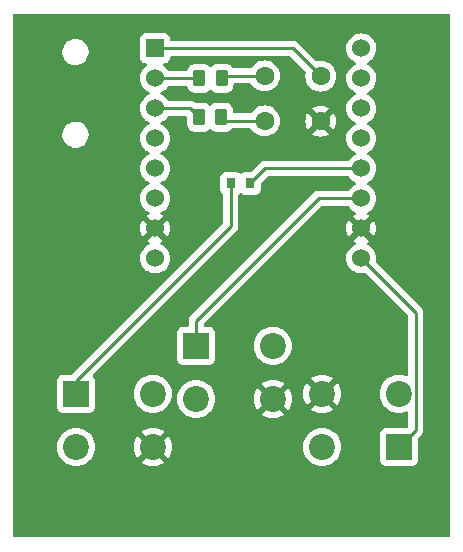
<source format=gbl>
%TF.GenerationSoftware,KiCad,Pcbnew,(6.0.8)*%
%TF.CreationDate,2024-10-24T13:15:24+05:30*%
%TF.ProjectId,mp3_player,6d70335f-706c-4617-9965-722e6b696361,rev?*%
%TF.SameCoordinates,Original*%
%TF.FileFunction,Copper,L2,Bot*%
%TF.FilePolarity,Positive*%
%FSLAX46Y46*%
G04 Gerber Fmt 4.6, Leading zero omitted, Abs format (unit mm)*
G04 Created by KiCad (PCBNEW (6.0.8)) date 2024-10-24 13:15:24*
%MOMM*%
%LPD*%
G01*
G04 APERTURE LIST*
G04 Aperture macros list*
%AMRoundRect*
0 Rectangle with rounded corners*
0 $1 Rounding radius*
0 $2 $3 $4 $5 $6 $7 $8 $9 X,Y pos of 4 corners*
0 Add a 4 corners polygon primitive as box body*
4,1,4,$2,$3,$4,$5,$6,$7,$8,$9,$2,$3,0*
0 Add four circle primitives for the rounded corners*
1,1,$1+$1,$2,$3*
1,1,$1+$1,$4,$5*
1,1,$1+$1,$6,$7*
1,1,$1+$1,$8,$9*
0 Add four rect primitives between the rounded corners*
20,1,$1+$1,$2,$3,$4,$5,0*
20,1,$1+$1,$4,$5,$6,$7,0*
20,1,$1+$1,$6,$7,$8,$9,0*
20,1,$1+$1,$8,$9,$2,$3,0*%
G04 Aperture macros list end*
%TA.AperFunction,ComponentPad*%
%ADD10R,2.200000X2.200000*%
%TD*%
%TA.AperFunction,ComponentPad*%
%ADD11C,2.200000*%
%TD*%
%TA.AperFunction,ComponentPad*%
%ADD12R,1.524000X1.524000*%
%TD*%
%TA.AperFunction,ComponentPad*%
%ADD13C,1.524000*%
%TD*%
%TA.AperFunction,SMDPad,CuDef*%
%ADD14RoundRect,0.125000X0.375000X0.585000X-0.375000X0.585000X-0.375000X-0.585000X0.375000X-0.585000X0*%
%TD*%
%TA.AperFunction,ComponentPad*%
%ADD15C,1.600200*%
%TD*%
%TA.AperFunction,SMDPad,CuDef*%
%ADD16R,0.790000X0.930000*%
%TD*%
%TA.AperFunction,Conductor*%
%ADD17C,0.250000*%
%TD*%
G04 APERTURE END LIST*
D10*
%TO.P,S2,1*%
%TO.N,Net-(S2-Pad1)*%
X143562000Y-103922000D03*
D11*
%TO.P,S2,2*%
%TO.N,unconnected-(S2-Pad2)*%
X150062000Y-103922000D03*
%TO.P,S2,3*%
%TO.N,unconnected-(S2-Pad3)*%
X143562000Y-108422000D03*
%TO.P,S2,4*%
%TO.N,GND*%
X150062000Y-108422000D03*
%TD*%
D10*
%TO.P,S3,1*%
%TO.N,Net-(R3-Pad2)*%
X133402000Y-107986000D03*
D11*
%TO.P,S3,2*%
%TO.N,unconnected-(S3-Pad2)*%
X139902000Y-107986000D03*
%TO.P,S3,3*%
%TO.N,unconnected-(S3-Pad3)*%
X133402000Y-112486000D03*
%TO.P,S3,4*%
%TO.N,GND*%
X139902000Y-112486000D03*
%TD*%
D10*
%TO.P,S1,1*%
%TO.N,Net-(S1-Pad1)*%
X160730000Y-112486000D03*
D11*
%TO.P,S1,2*%
%TO.N,unconnected-(S1-Pad2)*%
X154230000Y-112486000D03*
%TO.P,S1,3*%
%TO.N,unconnected-(S1-Pad3)*%
X160730000Y-107986000D03*
%TO.P,S1,4*%
%TO.N,GND*%
X154230000Y-107986000D03*
%TD*%
D12*
%TO.P,U1,1,VCC*%
%TO.N,POWER*%
X140086500Y-78737347D03*
D13*
%TO.P,U1,2,RX*%
%TO.N,Net-(R2-Pad2)*%
X140086500Y-81277347D03*
%TO.P,U1,3,TX*%
%TO.N,Net-(R1-Pad2)*%
X140086500Y-83817347D03*
%TO.P,U1,4,DAC-R*%
%TO.N,Net-(J2-PadRING)*%
X140086500Y-86357347D03*
%TO.P,U1,5,DAC-L*%
%TO.N,Net-(J2-PadTIP)*%
X140086500Y-88897347D03*
%TO.P,U1,6,SPK1*%
%TO.N,unconnected-(U1-Pad6)*%
X140086500Y-91437347D03*
%TO.P,U1,7,GND*%
%TO.N,GND*%
X140086500Y-93977347D03*
%TO.P,U1,8,SPK2*%
%TO.N,unconnected-(U1-Pad8)*%
X140086500Y-96517347D03*
%TO.P,U1,9,IO1*%
%TO.N,Net-(S1-Pad1)*%
X157546500Y-96517347D03*
%TO.P,U1,10,GND*%
%TO.N,GND*%
X157546500Y-93977347D03*
%TO.P,U1,11,IO2*%
%TO.N,Net-(S2-Pad1)*%
X157546500Y-91437347D03*
%TO.P,U1,12,KEY1*%
%TO.N,Net-(R3-Pad1)*%
X157546500Y-88897347D03*
%TO.P,U1,13,KEY2*%
%TO.N,unconnected-(U1-Pad13)*%
X157546500Y-86357347D03*
%TO.P,U1,14,USB+*%
%TO.N,unconnected-(U1-Pad14)*%
X157546500Y-83817347D03*
%TO.P,U1,15,USB-*%
%TO.N,unconnected-(U1-Pad15)*%
X157546500Y-81277347D03*
%TO.P,U1,16,BUSY*%
%TO.N,unconnected-(U1-Pad16)*%
X157546500Y-78737347D03*
%TD*%
D14*
%TO.P,R1,1*%
%TO.N,Net-(J1-Pad1)*%
X145673878Y-84563750D03*
%TO.P,R1,2*%
%TO.N,Net-(R1-Pad2)*%
X143803878Y-84563750D03*
%TD*%
%TO.P,R2,1*%
%TO.N,Net-(J1-Pad2)*%
X145715000Y-81280000D03*
%TO.P,R2,2*%
%TO.N,Net-(R2-Pad2)*%
X143845000Y-81280000D03*
%TD*%
D15*
%TO.P,J3,P$1*%
%TO.N,GND*%
X154117473Y-84904206D03*
%TO.P,J3,P$2*%
%TO.N,POWER*%
X154117473Y-81094206D03*
%TD*%
%TO.P,J1,P$1*%
%TO.N,Net-(J1-Pad1)*%
X149352577Y-84878718D03*
%TO.P,J1,P$2*%
%TO.N,Net-(J1-Pad2)*%
X149352577Y-81068718D03*
%TD*%
D16*
%TO.P,R3,1*%
%TO.N,Net-(R3-Pad1)*%
X148140000Y-90170000D03*
%TO.P,R3,2*%
%TO.N,Net-(R3-Pad2)*%
X146500000Y-90170000D03*
%TD*%
D17*
%TO.N,GND*%
X153794000Y-108422000D02*
X154230000Y-107986000D01*
%TO.N,Net-(J1-Pad1)*%
X145988846Y-84878718D02*
X149352577Y-84878718D01*
X145673878Y-84563750D02*
X145988846Y-84878718D01*
%TO.N,Net-(R1-Pad2)*%
X140086500Y-83817347D02*
X143057475Y-83817347D01*
X143057475Y-83817347D02*
X143803878Y-84563750D01*
%TO.N,Net-(J1-Pad2)*%
X145926282Y-81068718D02*
X149352577Y-81068718D01*
X145715000Y-81280000D02*
X145926282Y-81068718D01*
%TO.N,Net-(R2-Pad2)*%
X143842347Y-81277347D02*
X143845000Y-81280000D01*
X140086500Y-81277347D02*
X143842347Y-81277347D01*
%TO.N,Net-(R3-Pad1)*%
X149412653Y-88897347D02*
X148140000Y-90170000D01*
X157546500Y-88897347D02*
X149412653Y-88897347D01*
%TO.N,Net-(R3-Pad2)*%
X133402000Y-106882000D02*
X133402000Y-107986000D01*
X146500000Y-93784000D02*
X133402000Y-106882000D01*
X146500000Y-90170000D02*
X146500000Y-93784000D01*
%TO.N,Net-(S1-Pad1)*%
X157546500Y-96517347D02*
X162155000Y-101125847D01*
X162155000Y-111061000D02*
X160730000Y-112486000D01*
X162155000Y-101125847D02*
X162155000Y-111061000D01*
%TO.N,Net-(S2-Pad1)*%
X143562000Y-101802000D02*
X153926653Y-91437347D01*
X143562000Y-103922000D02*
X143562000Y-101802000D01*
X153926653Y-91437347D02*
X157546500Y-91437347D01*
%TO.N,POWER*%
X140086500Y-78737347D02*
X151760614Y-78737347D01*
X151760614Y-78737347D02*
X154117473Y-81094206D01*
%TD*%
%TA.AperFunction,Conductor*%
%TO.N,GND*%
G36*
X165041621Y-75865433D02*
G01*
X165088114Y-75919089D01*
X165099500Y-75971431D01*
X165099500Y-120015500D01*
X165079498Y-120083621D01*
X165025842Y-120130114D01*
X164973500Y-120141500D01*
X128142500Y-120141500D01*
X128074379Y-120121498D01*
X128027886Y-120067842D01*
X128016500Y-120015500D01*
X128016500Y-112486000D01*
X131788526Y-112486000D01*
X131808391Y-112738403D01*
X131867495Y-112984591D01*
X131964384Y-113218502D01*
X132096672Y-113434376D01*
X132261102Y-113626898D01*
X132453624Y-113791328D01*
X132669498Y-113923616D01*
X132674068Y-113925509D01*
X132674072Y-113925511D01*
X132898836Y-114018611D01*
X132903409Y-114020505D01*
X132970513Y-114036615D01*
X133144784Y-114078454D01*
X133144790Y-114078455D01*
X133149597Y-114079609D01*
X133402000Y-114099474D01*
X133654403Y-114079609D01*
X133659210Y-114078455D01*
X133659216Y-114078454D01*
X133833487Y-114036615D01*
X133900591Y-114020505D01*
X133905164Y-114018611D01*
X134129928Y-113925511D01*
X134129932Y-113925509D01*
X134134502Y-113923616D01*
X134350275Y-113791390D01*
X138961440Y-113791390D01*
X138967167Y-113799040D01*
X139165506Y-113920583D01*
X139174300Y-113925064D01*
X139398991Y-114018134D01*
X139408376Y-114021183D01*
X139644863Y-114077959D01*
X139654610Y-114079502D01*
X139897070Y-114098584D01*
X139906930Y-114098584D01*
X140149390Y-114079502D01*
X140159137Y-114077959D01*
X140395624Y-114021183D01*
X140405009Y-114018134D01*
X140629700Y-113925064D01*
X140638494Y-113920583D01*
X140833167Y-113801287D01*
X140842627Y-113790830D01*
X140838844Y-113782054D01*
X139914812Y-112858022D01*
X139900868Y-112850408D01*
X139899035Y-112850539D01*
X139892420Y-112854790D01*
X138968200Y-113779010D01*
X138961440Y-113791390D01*
X134350275Y-113791390D01*
X134350376Y-113791328D01*
X134542898Y-113626898D01*
X134707328Y-113434376D01*
X134839616Y-113218502D01*
X134936505Y-112984591D01*
X134995609Y-112738403D01*
X135015086Y-112490930D01*
X138289416Y-112490930D01*
X138308498Y-112733390D01*
X138310041Y-112743137D01*
X138366817Y-112979624D01*
X138369866Y-112989009D01*
X138462936Y-113213700D01*
X138467417Y-113222494D01*
X138586713Y-113417167D01*
X138597170Y-113426627D01*
X138605946Y-113422844D01*
X139529978Y-112498812D01*
X139536356Y-112487132D01*
X140266408Y-112487132D01*
X140266539Y-112488965D01*
X140270790Y-112495580D01*
X141195010Y-113419800D01*
X141207390Y-113426560D01*
X141215040Y-113420833D01*
X141336583Y-113222494D01*
X141341064Y-113213700D01*
X141434134Y-112989009D01*
X141437183Y-112979624D01*
X141493959Y-112743137D01*
X141495502Y-112733390D01*
X141514584Y-112490930D01*
X141514584Y-112486000D01*
X152616526Y-112486000D01*
X152636391Y-112738403D01*
X152695495Y-112984591D01*
X152792384Y-113218502D01*
X152924672Y-113434376D01*
X153089102Y-113626898D01*
X153281624Y-113791328D01*
X153497498Y-113923616D01*
X153502068Y-113925509D01*
X153502072Y-113925511D01*
X153726836Y-114018611D01*
X153731409Y-114020505D01*
X153798513Y-114036615D01*
X153972784Y-114078454D01*
X153972790Y-114078455D01*
X153977597Y-114079609D01*
X154230000Y-114099474D01*
X154482403Y-114079609D01*
X154487210Y-114078455D01*
X154487216Y-114078454D01*
X154661487Y-114036615D01*
X154728591Y-114020505D01*
X154733164Y-114018611D01*
X154957928Y-113925511D01*
X154957932Y-113925509D01*
X154962502Y-113923616D01*
X155178376Y-113791328D01*
X155370898Y-113626898D01*
X155535328Y-113434376D01*
X155667616Y-113218502D01*
X155764505Y-112984591D01*
X155823609Y-112738403D01*
X155843474Y-112486000D01*
X155823609Y-112233597D01*
X155764505Y-111987409D01*
X155697479Y-111825594D01*
X155669511Y-111758072D01*
X155669509Y-111758068D01*
X155667616Y-111753498D01*
X155535328Y-111537624D01*
X155370898Y-111345102D01*
X155178376Y-111180672D01*
X154962502Y-111048384D01*
X154957932Y-111046491D01*
X154957928Y-111046489D01*
X154733164Y-110953389D01*
X154733162Y-110953388D01*
X154728591Y-110951495D01*
X154643968Y-110931179D01*
X154487216Y-110893546D01*
X154487210Y-110893545D01*
X154482403Y-110892391D01*
X154230000Y-110872526D01*
X153977597Y-110892391D01*
X153972790Y-110893545D01*
X153972784Y-110893546D01*
X153816032Y-110931179D01*
X153731409Y-110951495D01*
X153726838Y-110953388D01*
X153726836Y-110953389D01*
X153502072Y-111046489D01*
X153502068Y-111046491D01*
X153497498Y-111048384D01*
X153281624Y-111180672D01*
X153089102Y-111345102D01*
X152924672Y-111537624D01*
X152792384Y-111753498D01*
X152790491Y-111758068D01*
X152790489Y-111758072D01*
X152762521Y-111825594D01*
X152695495Y-111987409D01*
X152636391Y-112233597D01*
X152616526Y-112486000D01*
X141514584Y-112486000D01*
X141514584Y-112481070D01*
X141495502Y-112238610D01*
X141493959Y-112228863D01*
X141437183Y-111992376D01*
X141434134Y-111982991D01*
X141341064Y-111758300D01*
X141336583Y-111749506D01*
X141217287Y-111554833D01*
X141206830Y-111545373D01*
X141198054Y-111549156D01*
X140274022Y-112473188D01*
X140266408Y-112487132D01*
X139536356Y-112487132D01*
X139537592Y-112484868D01*
X139537461Y-112483035D01*
X139533210Y-112476420D01*
X138608990Y-111552200D01*
X138596610Y-111545440D01*
X138588960Y-111551167D01*
X138467417Y-111749506D01*
X138462936Y-111758300D01*
X138369866Y-111982991D01*
X138366817Y-111992376D01*
X138310041Y-112228863D01*
X138308498Y-112238610D01*
X138289416Y-112481070D01*
X138289416Y-112490930D01*
X135015086Y-112490930D01*
X135015474Y-112486000D01*
X134995609Y-112233597D01*
X134936505Y-111987409D01*
X134869479Y-111825594D01*
X134841511Y-111758072D01*
X134841509Y-111758068D01*
X134839616Y-111753498D01*
X134707328Y-111537624D01*
X134542898Y-111345102D01*
X134350959Y-111181170D01*
X138961373Y-111181170D01*
X138965156Y-111189946D01*
X139889188Y-112113978D01*
X139903132Y-112121592D01*
X139904965Y-112121461D01*
X139911580Y-112117210D01*
X140835800Y-111192990D01*
X140842560Y-111180610D01*
X140836833Y-111172960D01*
X140638494Y-111051417D01*
X140629700Y-111046936D01*
X140405009Y-110953866D01*
X140395624Y-110950817D01*
X140159137Y-110894041D01*
X140149390Y-110892498D01*
X139906930Y-110873416D01*
X139897070Y-110873416D01*
X139654610Y-110892498D01*
X139644863Y-110894041D01*
X139408376Y-110950817D01*
X139398991Y-110953866D01*
X139174300Y-111046936D01*
X139165506Y-111051417D01*
X138970833Y-111170713D01*
X138961373Y-111181170D01*
X134350959Y-111181170D01*
X134350376Y-111180672D01*
X134134502Y-111048384D01*
X134129932Y-111046491D01*
X134129928Y-111046489D01*
X133905164Y-110953389D01*
X133905162Y-110953388D01*
X133900591Y-110951495D01*
X133815968Y-110931179D01*
X133659216Y-110893546D01*
X133659210Y-110893545D01*
X133654403Y-110892391D01*
X133402000Y-110872526D01*
X133149597Y-110892391D01*
X133144790Y-110893545D01*
X133144784Y-110893546D01*
X132988032Y-110931179D01*
X132903409Y-110951495D01*
X132898838Y-110953388D01*
X132898836Y-110953389D01*
X132674072Y-111046489D01*
X132674068Y-111046491D01*
X132669498Y-111048384D01*
X132453624Y-111180672D01*
X132261102Y-111345102D01*
X132096672Y-111537624D01*
X131964384Y-111753498D01*
X131962491Y-111758068D01*
X131962489Y-111758072D01*
X131934521Y-111825594D01*
X131867495Y-111987409D01*
X131808391Y-112233597D01*
X131788526Y-112486000D01*
X128016500Y-112486000D01*
X128016500Y-109134134D01*
X131793500Y-109134134D01*
X131800255Y-109196316D01*
X131851385Y-109332705D01*
X131938739Y-109449261D01*
X132055295Y-109536615D01*
X132191684Y-109587745D01*
X132253866Y-109594500D01*
X134550134Y-109594500D01*
X134612316Y-109587745D01*
X134748705Y-109536615D01*
X134865261Y-109449261D01*
X134952615Y-109332705D01*
X135003745Y-109196316D01*
X135010500Y-109134134D01*
X135010500Y-107986000D01*
X138288526Y-107986000D01*
X138308391Y-108238403D01*
X138367495Y-108484591D01*
X138369388Y-108489162D01*
X138369389Y-108489164D01*
X138448079Y-108679137D01*
X138464384Y-108718502D01*
X138596672Y-108934376D01*
X138761102Y-109126898D01*
X138953624Y-109291328D01*
X139169498Y-109423616D01*
X139174068Y-109425509D01*
X139174072Y-109425511D01*
X139398836Y-109518611D01*
X139403409Y-109520505D01*
X139470513Y-109536615D01*
X139644784Y-109578454D01*
X139644790Y-109578455D01*
X139649597Y-109579609D01*
X139902000Y-109599474D01*
X140154403Y-109579609D01*
X140159210Y-109578455D01*
X140159216Y-109578454D01*
X140333487Y-109536615D01*
X140400591Y-109520505D01*
X140405164Y-109518611D01*
X140629928Y-109425511D01*
X140629932Y-109425509D01*
X140634502Y-109423616D01*
X140850376Y-109291328D01*
X141042898Y-109126898D01*
X141207328Y-108934376D01*
X141339616Y-108718502D01*
X141355922Y-108679137D01*
X141434611Y-108489164D01*
X141434612Y-108489162D01*
X141436505Y-108484591D01*
X141451532Y-108422000D01*
X141948526Y-108422000D01*
X141968391Y-108674403D01*
X141969545Y-108679210D01*
X141969546Y-108679216D01*
X141979991Y-108722722D01*
X142027495Y-108920591D01*
X142029388Y-108925162D01*
X142029389Y-108925164D01*
X142114279Y-109130106D01*
X142124384Y-109154502D01*
X142256672Y-109370376D01*
X142421102Y-109562898D01*
X142613624Y-109727328D01*
X142829498Y-109859616D01*
X142834068Y-109861509D01*
X142834072Y-109861511D01*
X143058836Y-109954611D01*
X143063409Y-109956505D01*
X143148032Y-109976821D01*
X143304784Y-110014454D01*
X143304790Y-110014455D01*
X143309597Y-110015609D01*
X143562000Y-110035474D01*
X143814403Y-110015609D01*
X143819210Y-110014455D01*
X143819216Y-110014454D01*
X143975968Y-109976821D01*
X144060591Y-109956505D01*
X144065164Y-109954611D01*
X144289928Y-109861511D01*
X144289932Y-109861509D01*
X144294502Y-109859616D01*
X144510275Y-109727390D01*
X149121440Y-109727390D01*
X149127167Y-109735040D01*
X149325506Y-109856583D01*
X149334300Y-109861064D01*
X149558991Y-109954134D01*
X149568376Y-109957183D01*
X149804863Y-110013959D01*
X149814610Y-110015502D01*
X150057070Y-110034584D01*
X150066930Y-110034584D01*
X150309390Y-110015502D01*
X150319137Y-110013959D01*
X150555624Y-109957183D01*
X150565009Y-109954134D01*
X150789700Y-109861064D01*
X150798494Y-109856583D01*
X150993167Y-109737287D01*
X151002627Y-109726830D01*
X150998844Y-109718054D01*
X150074812Y-108794022D01*
X150060868Y-108786408D01*
X150059035Y-108786539D01*
X150052420Y-108790790D01*
X149128200Y-109715010D01*
X149121440Y-109727390D01*
X144510275Y-109727390D01*
X144510376Y-109727328D01*
X144702898Y-109562898D01*
X144867328Y-109370376D01*
X144999616Y-109154502D01*
X145009722Y-109130106D01*
X145094611Y-108925164D01*
X145094612Y-108925162D01*
X145096505Y-108920591D01*
X145144009Y-108722722D01*
X145154454Y-108679216D01*
X145154455Y-108679210D01*
X145155609Y-108674403D01*
X145175086Y-108426930D01*
X148449416Y-108426930D01*
X148468498Y-108669390D01*
X148470041Y-108679137D01*
X148526817Y-108915624D01*
X148529866Y-108925009D01*
X148622936Y-109149700D01*
X148627417Y-109158494D01*
X148746713Y-109353167D01*
X148757170Y-109362627D01*
X148765946Y-109358844D01*
X149689978Y-108434812D01*
X149696356Y-108423132D01*
X150426408Y-108423132D01*
X150426539Y-108424965D01*
X150430790Y-108431580D01*
X151355010Y-109355800D01*
X151367390Y-109362560D01*
X151375040Y-109356833D01*
X151415144Y-109291390D01*
X153289440Y-109291390D01*
X153295167Y-109299040D01*
X153493506Y-109420583D01*
X153502300Y-109425064D01*
X153726991Y-109518134D01*
X153736376Y-109521183D01*
X153972863Y-109577959D01*
X153982610Y-109579502D01*
X154225070Y-109598584D01*
X154234930Y-109598584D01*
X154477390Y-109579502D01*
X154487137Y-109577959D01*
X154723624Y-109521183D01*
X154733009Y-109518134D01*
X154957700Y-109425064D01*
X154966494Y-109420583D01*
X155161167Y-109301287D01*
X155170627Y-109290830D01*
X155166844Y-109282054D01*
X154242812Y-108358022D01*
X154228868Y-108350408D01*
X154227035Y-108350539D01*
X154220420Y-108354790D01*
X153296200Y-109279010D01*
X153289440Y-109291390D01*
X151415144Y-109291390D01*
X151496583Y-109158494D01*
X151501064Y-109149700D01*
X151594134Y-108925009D01*
X151597183Y-108915624D01*
X151653959Y-108679137D01*
X151655502Y-108669390D01*
X151674584Y-108426930D01*
X151674584Y-108417070D01*
X151655502Y-108174610D01*
X151653959Y-108164863D01*
X151612201Y-107990930D01*
X152617416Y-107990930D01*
X152636498Y-108233390D01*
X152638041Y-108243137D01*
X152694817Y-108479624D01*
X152697866Y-108489009D01*
X152790936Y-108713700D01*
X152795417Y-108722494D01*
X152914713Y-108917167D01*
X152925170Y-108926627D01*
X152933946Y-108922844D01*
X153857978Y-107998812D01*
X153864356Y-107987132D01*
X154594408Y-107987132D01*
X154594539Y-107988965D01*
X154598790Y-107995580D01*
X155523010Y-108919800D01*
X155535390Y-108926560D01*
X155543040Y-108920833D01*
X155664583Y-108722494D01*
X155669064Y-108713700D01*
X155762134Y-108489009D01*
X155765183Y-108479624D01*
X155821959Y-108243137D01*
X155823502Y-108233390D01*
X155842584Y-107990930D01*
X155842584Y-107981070D01*
X155823502Y-107738610D01*
X155821959Y-107728863D01*
X155765183Y-107492376D01*
X155762134Y-107482991D01*
X155669064Y-107258300D01*
X155664583Y-107249506D01*
X155545287Y-107054833D01*
X155534830Y-107045373D01*
X155526054Y-107049156D01*
X154602022Y-107973188D01*
X154594408Y-107987132D01*
X153864356Y-107987132D01*
X153865592Y-107984868D01*
X153865461Y-107983035D01*
X153861210Y-107976420D01*
X152936990Y-107052200D01*
X152924610Y-107045440D01*
X152916960Y-107051167D01*
X152795417Y-107249506D01*
X152790936Y-107258300D01*
X152697866Y-107482991D01*
X152694817Y-107492376D01*
X152638041Y-107728863D01*
X152636498Y-107738610D01*
X152617416Y-107981070D01*
X152617416Y-107990930D01*
X151612201Y-107990930D01*
X151597183Y-107928376D01*
X151594134Y-107918991D01*
X151501064Y-107694300D01*
X151496583Y-107685506D01*
X151377287Y-107490833D01*
X151366830Y-107481373D01*
X151358054Y-107485156D01*
X150434022Y-108409188D01*
X150426408Y-108423132D01*
X149696356Y-108423132D01*
X149697592Y-108420868D01*
X149697461Y-108419035D01*
X149693210Y-108412420D01*
X148768990Y-107488200D01*
X148756610Y-107481440D01*
X148748960Y-107487167D01*
X148627417Y-107685506D01*
X148622936Y-107694300D01*
X148529866Y-107918991D01*
X148526817Y-107928376D01*
X148470041Y-108164863D01*
X148468498Y-108174610D01*
X148449416Y-108417070D01*
X148449416Y-108426930D01*
X145175086Y-108426930D01*
X145175474Y-108422000D01*
X145155609Y-108169597D01*
X145096505Y-107923409D01*
X145019926Y-107738531D01*
X145001511Y-107694072D01*
X145001509Y-107694068D01*
X144999616Y-107689498D01*
X144867328Y-107473624D01*
X144702898Y-107281102D01*
X144510959Y-107117170D01*
X149121373Y-107117170D01*
X149125156Y-107125946D01*
X150049188Y-108049978D01*
X150063132Y-108057592D01*
X150064965Y-108057461D01*
X150071580Y-108053210D01*
X150995800Y-107128990D01*
X151002560Y-107116610D01*
X150996833Y-107108960D01*
X150798494Y-106987417D01*
X150789700Y-106982936D01*
X150565009Y-106889866D01*
X150555624Y-106886817D01*
X150319137Y-106830041D01*
X150309390Y-106828498D01*
X150066930Y-106809416D01*
X150057070Y-106809416D01*
X149814610Y-106828498D01*
X149804863Y-106830041D01*
X149568376Y-106886817D01*
X149558991Y-106889866D01*
X149334300Y-106982936D01*
X149325506Y-106987417D01*
X149130833Y-107106713D01*
X149121373Y-107117170D01*
X144510959Y-107117170D01*
X144510376Y-107116672D01*
X144294502Y-106984384D01*
X144289932Y-106982491D01*
X144289928Y-106982489D01*
X144065164Y-106889389D01*
X144065162Y-106889388D01*
X144060591Y-106887495D01*
X143975968Y-106867179D01*
X143819216Y-106829546D01*
X143819210Y-106829545D01*
X143814403Y-106828391D01*
X143562000Y-106808526D01*
X143309597Y-106828391D01*
X143304790Y-106829545D01*
X143304784Y-106829546D01*
X143148032Y-106867179D01*
X143063409Y-106887495D01*
X143058838Y-106889388D01*
X143058836Y-106889389D01*
X142834072Y-106982489D01*
X142834068Y-106982491D01*
X142829498Y-106984384D01*
X142613624Y-107116672D01*
X142421102Y-107281102D01*
X142256672Y-107473624D01*
X142124384Y-107689498D01*
X142122491Y-107694068D01*
X142122489Y-107694072D01*
X142104074Y-107738531D01*
X142027495Y-107923409D01*
X141968391Y-108169597D01*
X141948526Y-108422000D01*
X141451532Y-108422000D01*
X141495609Y-108238403D01*
X141515474Y-107986000D01*
X141495609Y-107733597D01*
X141484064Y-107685506D01*
X141437660Y-107492221D01*
X141436505Y-107487409D01*
X141351050Y-107281102D01*
X141341511Y-107258072D01*
X141341509Y-107258068D01*
X141339616Y-107253498D01*
X141207328Y-107037624D01*
X141042898Y-106845102D01*
X140850959Y-106681170D01*
X153289373Y-106681170D01*
X153293156Y-106689946D01*
X154217188Y-107613978D01*
X154231132Y-107621592D01*
X154232965Y-107621461D01*
X154239580Y-107617210D01*
X155163800Y-106692990D01*
X155170560Y-106680610D01*
X155164833Y-106672960D01*
X154966494Y-106551417D01*
X154957700Y-106546936D01*
X154733009Y-106453866D01*
X154723624Y-106450817D01*
X154487137Y-106394041D01*
X154477390Y-106392498D01*
X154234930Y-106373416D01*
X154225070Y-106373416D01*
X153982610Y-106392498D01*
X153972863Y-106394041D01*
X153736376Y-106450817D01*
X153726991Y-106453866D01*
X153502300Y-106546936D01*
X153493506Y-106551417D01*
X153298833Y-106670713D01*
X153289373Y-106681170D01*
X140850959Y-106681170D01*
X140850376Y-106680672D01*
X140634502Y-106548384D01*
X140629932Y-106546491D01*
X140629928Y-106546489D01*
X140405164Y-106453389D01*
X140405162Y-106453388D01*
X140400591Y-106451495D01*
X140315968Y-106431179D01*
X140159216Y-106393546D01*
X140159210Y-106393545D01*
X140154403Y-106392391D01*
X139902000Y-106372526D01*
X139649597Y-106392391D01*
X139644790Y-106393545D01*
X139644784Y-106393546D01*
X139488032Y-106431179D01*
X139403409Y-106451495D01*
X139398838Y-106453388D01*
X139398836Y-106453389D01*
X139174072Y-106546489D01*
X139174068Y-106546491D01*
X139169498Y-106548384D01*
X138953624Y-106680672D01*
X138761102Y-106845102D01*
X138596672Y-107037624D01*
X138464384Y-107253498D01*
X138462491Y-107258068D01*
X138462489Y-107258072D01*
X138452950Y-107281102D01*
X138367495Y-107487409D01*
X138366340Y-107492221D01*
X138319937Y-107685506D01*
X138308391Y-107733597D01*
X138288526Y-107986000D01*
X135010500Y-107986000D01*
X135010500Y-106837866D01*
X135003745Y-106775684D01*
X134952615Y-106639295D01*
X134865261Y-106522739D01*
X134858081Y-106517358D01*
X134851731Y-106511008D01*
X134853785Y-106508954D01*
X134820089Y-106463885D01*
X134815067Y-106393066D01*
X134849076Y-106330828D01*
X146892247Y-94287657D01*
X146900537Y-94280113D01*
X146907018Y-94276000D01*
X146953659Y-94226332D01*
X146956413Y-94223491D01*
X146976134Y-94203770D01*
X146978612Y-94200575D01*
X146986318Y-94191553D01*
X147011158Y-94165101D01*
X147016586Y-94159321D01*
X147026346Y-94141568D01*
X147037199Y-94125045D01*
X147044753Y-94115306D01*
X147049613Y-94109041D01*
X147067176Y-94068457D01*
X147072383Y-94057827D01*
X147093695Y-94019060D01*
X147095666Y-94011383D01*
X147095668Y-94011378D01*
X147098732Y-93999442D01*
X147105138Y-93980730D01*
X147108972Y-93971872D01*
X147113181Y-93962145D01*
X147114421Y-93954317D01*
X147114423Y-93954310D01*
X147120099Y-93918476D01*
X147122505Y-93906856D01*
X147131528Y-93871711D01*
X147131528Y-93871710D01*
X147133500Y-93864030D01*
X147133500Y-93843776D01*
X147135051Y-93824065D01*
X147136980Y-93811886D01*
X147138220Y-93804057D01*
X147134059Y-93760038D01*
X147133500Y-93748181D01*
X147133500Y-91154791D01*
X147153502Y-91086670D01*
X147183935Y-91053965D01*
X147244435Y-91008623D01*
X147310942Y-90983775D01*
X147380324Y-90998828D01*
X147395565Y-91008623D01*
X147498295Y-91085615D01*
X147634684Y-91136745D01*
X147696866Y-91143500D01*
X148583134Y-91143500D01*
X148645316Y-91136745D01*
X148781705Y-91085615D01*
X148898261Y-90998261D01*
X148985615Y-90881705D01*
X149036745Y-90745316D01*
X149043500Y-90683134D01*
X149043500Y-90214594D01*
X149063502Y-90146473D01*
X149080405Y-90125499D01*
X149638152Y-89567752D01*
X149700464Y-89533726D01*
X149727247Y-89530847D01*
X156373496Y-89530847D01*
X156441617Y-89550849D01*
X156476709Y-89584576D01*
X156529720Y-89660283D01*
X156569523Y-89717128D01*
X156726719Y-89874324D01*
X156731227Y-89877481D01*
X156731230Y-89877483D01*
X156806995Y-89930534D01*
X156908823Y-90001835D01*
X156913805Y-90004158D01*
X156913810Y-90004161D01*
X157018873Y-90053152D01*
X157072158Y-90100069D01*
X157091619Y-90168346D01*
X157071077Y-90236306D01*
X157018873Y-90281542D01*
X156913811Y-90330533D01*
X156913806Y-90330536D01*
X156908824Y-90332859D01*
X156904317Y-90336015D01*
X156904315Y-90336016D01*
X156731230Y-90457211D01*
X156731227Y-90457213D01*
X156726719Y-90460370D01*
X156569523Y-90617566D01*
X156566366Y-90622074D01*
X156566364Y-90622077D01*
X156476709Y-90750118D01*
X156421252Y-90794446D01*
X156373496Y-90803847D01*
X154005420Y-90803847D01*
X153994237Y-90803320D01*
X153986744Y-90801645D01*
X153978818Y-90801894D01*
X153978817Y-90801894D01*
X153918654Y-90803785D01*
X153914696Y-90803847D01*
X153886797Y-90803847D01*
X153882807Y-90804351D01*
X153870973Y-90805283D01*
X153826764Y-90806673D01*
X153819150Y-90808885D01*
X153819145Y-90808886D01*
X153807312Y-90812324D01*
X153787949Y-90816335D01*
X153767856Y-90818873D01*
X153760489Y-90821790D01*
X153760484Y-90821791D01*
X153726745Y-90835149D01*
X153715518Y-90838993D01*
X153673060Y-90851329D01*
X153666234Y-90855366D01*
X153655625Y-90861640D01*
X153637877Y-90870335D01*
X153619036Y-90877795D01*
X153612620Y-90882457D01*
X153612619Y-90882457D01*
X153583266Y-90903783D01*
X153573346Y-90910299D01*
X153542118Y-90928767D01*
X153542115Y-90928769D01*
X153535291Y-90932805D01*
X153520970Y-90947126D01*
X153505937Y-90959966D01*
X153489546Y-90971875D01*
X153465327Y-91001151D01*
X153461355Y-91005952D01*
X153453365Y-91014731D01*
X143169747Y-101298348D01*
X143161461Y-101305888D01*
X143154982Y-101310000D01*
X143149557Y-101315777D01*
X143108357Y-101359651D01*
X143105602Y-101362493D01*
X143085865Y-101382230D01*
X143083385Y-101385427D01*
X143075682Y-101394447D01*
X143045414Y-101426679D01*
X143041595Y-101433625D01*
X143041593Y-101433628D01*
X143035652Y-101444434D01*
X143024801Y-101460953D01*
X143012386Y-101476959D01*
X143009241Y-101484228D01*
X143009238Y-101484232D01*
X142994826Y-101517537D01*
X142989609Y-101528187D01*
X142968305Y-101566940D01*
X142966334Y-101574615D01*
X142966334Y-101574616D01*
X142963267Y-101586562D01*
X142956863Y-101605266D01*
X142948819Y-101623855D01*
X142947580Y-101631678D01*
X142947577Y-101631688D01*
X142941901Y-101667524D01*
X142939495Y-101679144D01*
X142928500Y-101721970D01*
X142928500Y-101742224D01*
X142926949Y-101761934D01*
X142923780Y-101781943D01*
X142924526Y-101789835D01*
X142927941Y-101825961D01*
X142928500Y-101837819D01*
X142928500Y-102187500D01*
X142908498Y-102255621D01*
X142854842Y-102302114D01*
X142802500Y-102313500D01*
X142413866Y-102313500D01*
X142351684Y-102320255D01*
X142215295Y-102371385D01*
X142098739Y-102458739D01*
X142011385Y-102575295D01*
X141960255Y-102711684D01*
X141953500Y-102773866D01*
X141953500Y-105070134D01*
X141960255Y-105132316D01*
X142011385Y-105268705D01*
X142098739Y-105385261D01*
X142215295Y-105472615D01*
X142351684Y-105523745D01*
X142413866Y-105530500D01*
X144710134Y-105530500D01*
X144772316Y-105523745D01*
X144908705Y-105472615D01*
X145025261Y-105385261D01*
X145112615Y-105268705D01*
X145163745Y-105132316D01*
X145170500Y-105070134D01*
X145170500Y-103922000D01*
X148448526Y-103922000D01*
X148468391Y-104174403D01*
X148527495Y-104420591D01*
X148624384Y-104654502D01*
X148756672Y-104870376D01*
X148921102Y-105062898D01*
X149113624Y-105227328D01*
X149329498Y-105359616D01*
X149334068Y-105361509D01*
X149334072Y-105361511D01*
X149404401Y-105390642D01*
X149563409Y-105456505D01*
X149630513Y-105472615D01*
X149804784Y-105514454D01*
X149804790Y-105514455D01*
X149809597Y-105515609D01*
X150062000Y-105535474D01*
X150314403Y-105515609D01*
X150319210Y-105514455D01*
X150319216Y-105514454D01*
X150493487Y-105472615D01*
X150560591Y-105456505D01*
X150719599Y-105390642D01*
X150789928Y-105361511D01*
X150789932Y-105361509D01*
X150794502Y-105359616D01*
X151010376Y-105227328D01*
X151202898Y-105062898D01*
X151367328Y-104870376D01*
X151499616Y-104654502D01*
X151596505Y-104420591D01*
X151655609Y-104174403D01*
X151675474Y-103922000D01*
X151655609Y-103669597D01*
X151596505Y-103423409D01*
X151499616Y-103189498D01*
X151367328Y-102973624D01*
X151202898Y-102781102D01*
X151010376Y-102616672D01*
X150794502Y-102484384D01*
X150789932Y-102482491D01*
X150789928Y-102482489D01*
X150565164Y-102389389D01*
X150565162Y-102389388D01*
X150560591Y-102387495D01*
X150475968Y-102367179D01*
X150319216Y-102329546D01*
X150319210Y-102329545D01*
X150314403Y-102328391D01*
X150062000Y-102308526D01*
X149809597Y-102328391D01*
X149804790Y-102329545D01*
X149804784Y-102329546D01*
X149648032Y-102367179D01*
X149563409Y-102387495D01*
X149558838Y-102389388D01*
X149558836Y-102389389D01*
X149334072Y-102482489D01*
X149334068Y-102482491D01*
X149329498Y-102484384D01*
X149113624Y-102616672D01*
X148921102Y-102781102D01*
X148756672Y-102973624D01*
X148624384Y-103189498D01*
X148527495Y-103423409D01*
X148468391Y-103669597D01*
X148448526Y-103922000D01*
X145170500Y-103922000D01*
X145170500Y-102773866D01*
X145163745Y-102711684D01*
X145112615Y-102575295D01*
X145025261Y-102458739D01*
X144908705Y-102371385D01*
X144772316Y-102320255D01*
X144710134Y-102313500D01*
X144321500Y-102313500D01*
X144253379Y-102293498D01*
X144206886Y-102239842D01*
X144195500Y-102187500D01*
X144195500Y-102116594D01*
X144215502Y-102048473D01*
X144232405Y-102027499D01*
X149742558Y-96517347D01*
X156271147Y-96517347D01*
X156290522Y-96738810D01*
X156348060Y-96953543D01*
X156350382Y-96958524D01*
X156350383Y-96958525D01*
X156439686Y-97150036D01*
X156439689Y-97150041D01*
X156442012Y-97155023D01*
X156569523Y-97337128D01*
X156726719Y-97494324D01*
X156731227Y-97497481D01*
X156731230Y-97497483D01*
X156806995Y-97550534D01*
X156908823Y-97621835D01*
X156913805Y-97624158D01*
X156913810Y-97624161D01*
X157105322Y-97713464D01*
X157110304Y-97715787D01*
X157115612Y-97717209D01*
X157115614Y-97717210D01*
X157181449Y-97734850D01*
X157325037Y-97773325D01*
X157546500Y-97792700D01*
X157767963Y-97773325D01*
X157784142Y-97768990D01*
X157807016Y-97762861D01*
X157877993Y-97764551D01*
X157928722Y-97795473D01*
X161484595Y-101351346D01*
X161518621Y-101413658D01*
X161521500Y-101440441D01*
X161521500Y-106384249D01*
X161501498Y-106452370D01*
X161447842Y-106498863D01*
X161377568Y-106508967D01*
X161347282Y-106500658D01*
X161233164Y-106453389D01*
X161233162Y-106453388D01*
X161228591Y-106451495D01*
X161143968Y-106431179D01*
X160987216Y-106393546D01*
X160987210Y-106393545D01*
X160982403Y-106392391D01*
X160730000Y-106372526D01*
X160477597Y-106392391D01*
X160472790Y-106393545D01*
X160472784Y-106393546D01*
X160316032Y-106431179D01*
X160231409Y-106451495D01*
X160226838Y-106453388D01*
X160226836Y-106453389D01*
X160002072Y-106546489D01*
X160002068Y-106546491D01*
X159997498Y-106548384D01*
X159781624Y-106680672D01*
X159589102Y-106845102D01*
X159424672Y-107037624D01*
X159292384Y-107253498D01*
X159290491Y-107258068D01*
X159290489Y-107258072D01*
X159280950Y-107281102D01*
X159195495Y-107487409D01*
X159194340Y-107492221D01*
X159147937Y-107685506D01*
X159136391Y-107733597D01*
X159116526Y-107986000D01*
X159136391Y-108238403D01*
X159195495Y-108484591D01*
X159197388Y-108489162D01*
X159197389Y-108489164D01*
X159276079Y-108679137D01*
X159292384Y-108718502D01*
X159424672Y-108934376D01*
X159589102Y-109126898D01*
X159781624Y-109291328D01*
X159997498Y-109423616D01*
X160002068Y-109425509D01*
X160002072Y-109425511D01*
X160226836Y-109518611D01*
X160231409Y-109520505D01*
X160298513Y-109536615D01*
X160472784Y-109578454D01*
X160472790Y-109578455D01*
X160477597Y-109579609D01*
X160730000Y-109599474D01*
X160982403Y-109579609D01*
X160987210Y-109578455D01*
X160987216Y-109578454D01*
X161161487Y-109536615D01*
X161228591Y-109520505D01*
X161233164Y-109518611D01*
X161347282Y-109471342D01*
X161417872Y-109463753D01*
X161481359Y-109495533D01*
X161517586Y-109556591D01*
X161521500Y-109587751D01*
X161521500Y-110746405D01*
X161501498Y-110814526D01*
X161484595Y-110835500D01*
X161479500Y-110840595D01*
X161417188Y-110874621D01*
X161390405Y-110877500D01*
X159581866Y-110877500D01*
X159519684Y-110884255D01*
X159383295Y-110935385D01*
X159266739Y-111022739D01*
X159179385Y-111139295D01*
X159128255Y-111275684D01*
X159121500Y-111337866D01*
X159121500Y-113634134D01*
X159128255Y-113696316D01*
X159179385Y-113832705D01*
X159266739Y-113949261D01*
X159383295Y-114036615D01*
X159519684Y-114087745D01*
X159581866Y-114094500D01*
X161878134Y-114094500D01*
X161940316Y-114087745D01*
X162076705Y-114036615D01*
X162193261Y-113949261D01*
X162280615Y-113832705D01*
X162331745Y-113696316D01*
X162338500Y-113634134D01*
X162338500Y-111825594D01*
X162358502Y-111757473D01*
X162375405Y-111736499D01*
X162547247Y-111564657D01*
X162555537Y-111557113D01*
X162562018Y-111553000D01*
X162608659Y-111503332D01*
X162611413Y-111500491D01*
X162631134Y-111480770D01*
X162633612Y-111477575D01*
X162641318Y-111468553D01*
X162666158Y-111442101D01*
X162671586Y-111436321D01*
X162681346Y-111418568D01*
X162692199Y-111402045D01*
X162699753Y-111392306D01*
X162704613Y-111386041D01*
X162722176Y-111345457D01*
X162727383Y-111334827D01*
X162748695Y-111296060D01*
X162750666Y-111288383D01*
X162750668Y-111288378D01*
X162753732Y-111276442D01*
X162760138Y-111257730D01*
X162765033Y-111246419D01*
X162768181Y-111239145D01*
X162769421Y-111231317D01*
X162769423Y-111231310D01*
X162775099Y-111195476D01*
X162777505Y-111183856D01*
X162786528Y-111148711D01*
X162786528Y-111148710D01*
X162788500Y-111141030D01*
X162788500Y-111120776D01*
X162790051Y-111101065D01*
X162791980Y-111088886D01*
X162793220Y-111081057D01*
X162789059Y-111037038D01*
X162788500Y-111025181D01*
X162788500Y-101204614D01*
X162789027Y-101193431D01*
X162790702Y-101185938D01*
X162788562Y-101117861D01*
X162788500Y-101113902D01*
X162788500Y-101085991D01*
X162787995Y-101081991D01*
X162787062Y-101070148D01*
X162785922Y-101033876D01*
X162785673Y-101025957D01*
X162780022Y-101006505D01*
X162776014Y-100987153D01*
X162774467Y-100974910D01*
X162773474Y-100967050D01*
X162770556Y-100959679D01*
X162757200Y-100925944D01*
X162753355Y-100914717D01*
X162752721Y-100912534D01*
X162741018Y-100872254D01*
X162736984Y-100865432D01*
X162736981Y-100865426D01*
X162730706Y-100854815D01*
X162722010Y-100837065D01*
X162717472Y-100825603D01*
X162717469Y-100825598D01*
X162714552Y-100818230D01*
X162688573Y-100782472D01*
X162682057Y-100772554D01*
X162663575Y-100741304D01*
X162659542Y-100734484D01*
X162645218Y-100720160D01*
X162632376Y-100705125D01*
X162620472Y-100688740D01*
X162586406Y-100660558D01*
X162577627Y-100652569D01*
X158824626Y-96899568D01*
X158790600Y-96837256D01*
X158792015Y-96777861D01*
X158801053Y-96744130D01*
X158801054Y-96744123D01*
X158802478Y-96738810D01*
X158821853Y-96517347D01*
X158802478Y-96295884D01*
X158744940Y-96081151D01*
X158742617Y-96076169D01*
X158653314Y-95884658D01*
X158653311Y-95884653D01*
X158650988Y-95879671D01*
X158523477Y-95697566D01*
X158366281Y-95540370D01*
X158361773Y-95537213D01*
X158361770Y-95537211D01*
X158286005Y-95484160D01*
X158184177Y-95412859D01*
X158179195Y-95410536D01*
X158179190Y-95410533D01*
X158073535Y-95361266D01*
X158020250Y-95314349D01*
X158000789Y-95246072D01*
X158021331Y-95178112D01*
X158073535Y-95132876D01*
X158178945Y-95083723D01*
X158188431Y-95078245D01*
X158232264Y-95047554D01*
X158240639Y-95037076D01*
X158233571Y-95023628D01*
X157559312Y-94349369D01*
X157545368Y-94341755D01*
X157543535Y-94341886D01*
X157536920Y-94346137D01*
X156858707Y-95024350D01*
X156852277Y-95036124D01*
X156861574Y-95048140D01*
X156904569Y-95078245D01*
X156914055Y-95083723D01*
X157019465Y-95132876D01*
X157072750Y-95179793D01*
X157092211Y-95248070D01*
X157071669Y-95316030D01*
X157019465Y-95361266D01*
X156913811Y-95410533D01*
X156913806Y-95410536D01*
X156908824Y-95412859D01*
X156904317Y-95416015D01*
X156904315Y-95416016D01*
X156731230Y-95537211D01*
X156731227Y-95537213D01*
X156726719Y-95540370D01*
X156569523Y-95697566D01*
X156442012Y-95879671D01*
X156439689Y-95884653D01*
X156439686Y-95884658D01*
X156350383Y-96076169D01*
X156348060Y-96081151D01*
X156290522Y-96295884D01*
X156271147Y-96517347D01*
X149742558Y-96517347D01*
X152277083Y-93982822D01*
X156272128Y-93982822D01*
X156290538Y-94193243D01*
X156292441Y-94204038D01*
X156347109Y-94408062D01*
X156350855Y-94418354D01*
X156440123Y-94609788D01*
X156445603Y-94619279D01*
X156476294Y-94663112D01*
X156486771Y-94671487D01*
X156500218Y-94664419D01*
X157174478Y-93990159D01*
X157180856Y-93978479D01*
X157910908Y-93978479D01*
X157911039Y-93980312D01*
X157915290Y-93986927D01*
X158593503Y-94665140D01*
X158605277Y-94671570D01*
X158617293Y-94662273D01*
X158647397Y-94619279D01*
X158652877Y-94609788D01*
X158742145Y-94418354D01*
X158745891Y-94408062D01*
X158800559Y-94204038D01*
X158802462Y-94193243D01*
X158820872Y-93982822D01*
X158820872Y-93971872D01*
X158802462Y-93761451D01*
X158800559Y-93750656D01*
X158745891Y-93546632D01*
X158742145Y-93536340D01*
X158652877Y-93344906D01*
X158647397Y-93335415D01*
X158616706Y-93291582D01*
X158606229Y-93283207D01*
X158592782Y-93290275D01*
X157918522Y-93964535D01*
X157910908Y-93978479D01*
X157180856Y-93978479D01*
X157182092Y-93976215D01*
X157181961Y-93974382D01*
X157177710Y-93967767D01*
X156499497Y-93289554D01*
X156487723Y-93283124D01*
X156475707Y-93292421D01*
X156445603Y-93335415D01*
X156440123Y-93344906D01*
X156350855Y-93536340D01*
X156347109Y-93546632D01*
X156292441Y-93750656D01*
X156290538Y-93761451D01*
X156272128Y-93971872D01*
X156272128Y-93982822D01*
X152277083Y-93982822D01*
X154152153Y-92107752D01*
X154214465Y-92073726D01*
X154241248Y-92070847D01*
X156373496Y-92070847D01*
X156441617Y-92090849D01*
X156476709Y-92124576D01*
X156569523Y-92257128D01*
X156726719Y-92414324D01*
X156731227Y-92417481D01*
X156731230Y-92417483D01*
X156806995Y-92470534D01*
X156908823Y-92541835D01*
X156913805Y-92544158D01*
X156913810Y-92544161D01*
X157019465Y-92593428D01*
X157072750Y-92640345D01*
X157092211Y-92708622D01*
X157071669Y-92776582D01*
X157019465Y-92821818D01*
X156914059Y-92870970D01*
X156904568Y-92876450D01*
X156860735Y-92907141D01*
X156852360Y-92917618D01*
X156859428Y-92931065D01*
X157533688Y-93605325D01*
X157547632Y-93612939D01*
X157549465Y-93612808D01*
X157556080Y-93608557D01*
X158234293Y-92930344D01*
X158240723Y-92918570D01*
X158231426Y-92906554D01*
X158188431Y-92876449D01*
X158178945Y-92870971D01*
X158073535Y-92821818D01*
X158020250Y-92774901D01*
X158000789Y-92706624D01*
X158021331Y-92638664D01*
X158073535Y-92593428D01*
X158179190Y-92544161D01*
X158179195Y-92544158D01*
X158184177Y-92541835D01*
X158286005Y-92470534D01*
X158361770Y-92417483D01*
X158361773Y-92417481D01*
X158366281Y-92414324D01*
X158523477Y-92257128D01*
X158650988Y-92075023D01*
X158653311Y-92070041D01*
X158653314Y-92070036D01*
X158742617Y-91878525D01*
X158742618Y-91878524D01*
X158744940Y-91873543D01*
X158802478Y-91658810D01*
X158821853Y-91437347D01*
X158802478Y-91215884D01*
X158748579Y-91014731D01*
X158746363Y-91006461D01*
X158746362Y-91006459D01*
X158744940Y-91001151D01*
X158740244Y-90991081D01*
X158653314Y-90804658D01*
X158653311Y-90804653D01*
X158650988Y-90799671D01*
X158647831Y-90795162D01*
X158526636Y-90622077D01*
X158526634Y-90622074D01*
X158523477Y-90617566D01*
X158366281Y-90460370D01*
X158361773Y-90457213D01*
X158361770Y-90457211D01*
X158286005Y-90404160D01*
X158184177Y-90332859D01*
X158179195Y-90330536D01*
X158179190Y-90330533D01*
X158074127Y-90281542D01*
X158020842Y-90234625D01*
X158001381Y-90166348D01*
X158021923Y-90098388D01*
X158074127Y-90053152D01*
X158179190Y-90004161D01*
X158179195Y-90004158D01*
X158184177Y-90001835D01*
X158286005Y-89930534D01*
X158361770Y-89877483D01*
X158361773Y-89877481D01*
X158366281Y-89874324D01*
X158523477Y-89717128D01*
X158563281Y-89660283D01*
X158647831Y-89539532D01*
X158647832Y-89539530D01*
X158650988Y-89535023D01*
X158653311Y-89530041D01*
X158653314Y-89530036D01*
X158742617Y-89338525D01*
X158742618Y-89338524D01*
X158744940Y-89333543D01*
X158802478Y-89118810D01*
X158821853Y-88897347D01*
X158802478Y-88675884D01*
X158764003Y-88532296D01*
X158746363Y-88466461D01*
X158746362Y-88466459D01*
X158744940Y-88461151D01*
X158734137Y-88437984D01*
X158653314Y-88264658D01*
X158653311Y-88264653D01*
X158650988Y-88259671D01*
X158647831Y-88255162D01*
X158526636Y-88082077D01*
X158526634Y-88082074D01*
X158523477Y-88077566D01*
X158366281Y-87920370D01*
X158361773Y-87917213D01*
X158361770Y-87917211D01*
X158286005Y-87864160D01*
X158184177Y-87792859D01*
X158179195Y-87790536D01*
X158179190Y-87790533D01*
X158074127Y-87741542D01*
X158020842Y-87694625D01*
X158001381Y-87626348D01*
X158021923Y-87558388D01*
X158074127Y-87513152D01*
X158179190Y-87464161D01*
X158179195Y-87464158D01*
X158184177Y-87461835D01*
X158286005Y-87390534D01*
X158361770Y-87337483D01*
X158361773Y-87337481D01*
X158366281Y-87334324D01*
X158523477Y-87177128D01*
X158538654Y-87155454D01*
X158647831Y-86999532D01*
X158647832Y-86999530D01*
X158650988Y-86995023D01*
X158653311Y-86990041D01*
X158653314Y-86990036D01*
X158742617Y-86798525D01*
X158742618Y-86798524D01*
X158744940Y-86793543D01*
X158802478Y-86578810D01*
X158821853Y-86357347D01*
X158802478Y-86135884D01*
X158744940Y-85921151D01*
X158733561Y-85896749D01*
X158653314Y-85724658D01*
X158653311Y-85724653D01*
X158650988Y-85719671D01*
X158600584Y-85647686D01*
X158526636Y-85542077D01*
X158526634Y-85542074D01*
X158523477Y-85537566D01*
X158366281Y-85380370D01*
X158361773Y-85377213D01*
X158361770Y-85377211D01*
X158217551Y-85276228D01*
X158184177Y-85252859D01*
X158179195Y-85250536D01*
X158179190Y-85250533D01*
X158074127Y-85201542D01*
X158020842Y-85154625D01*
X158001381Y-85086348D01*
X158021923Y-85018388D01*
X158074127Y-84973152D01*
X158179190Y-84924161D01*
X158179195Y-84924158D01*
X158184177Y-84921835D01*
X158286005Y-84850534D01*
X158361770Y-84797483D01*
X158361773Y-84797481D01*
X158366281Y-84794324D01*
X158523477Y-84637128D01*
X158594697Y-84535416D01*
X158647831Y-84459532D01*
X158647832Y-84459530D01*
X158650988Y-84455023D01*
X158653311Y-84450041D01*
X158653314Y-84450036D01*
X158742617Y-84258525D01*
X158742618Y-84258524D01*
X158744940Y-84253543D01*
X158752078Y-84226906D01*
X158766907Y-84171560D01*
X158802478Y-84038810D01*
X158821853Y-83817347D01*
X158802478Y-83595884D01*
X158744940Y-83381151D01*
X158742617Y-83376169D01*
X158653314Y-83184658D01*
X158653311Y-83184653D01*
X158650988Y-83179671D01*
X158523477Y-82997566D01*
X158366281Y-82840370D01*
X158361773Y-82837213D01*
X158361770Y-82837211D01*
X158286005Y-82784160D01*
X158184177Y-82712859D01*
X158179195Y-82710536D01*
X158179190Y-82710533D01*
X158074127Y-82661542D01*
X158020842Y-82614625D01*
X158001381Y-82546348D01*
X158021923Y-82478388D01*
X158074127Y-82433152D01*
X158179190Y-82384161D01*
X158179195Y-82384158D01*
X158184177Y-82381835D01*
X158356691Y-82261039D01*
X158361770Y-82257483D01*
X158361773Y-82257481D01*
X158366281Y-82254324D01*
X158523477Y-82097128D01*
X158590301Y-82001694D01*
X158647831Y-81919532D01*
X158647832Y-81919530D01*
X158650988Y-81915023D01*
X158653311Y-81910041D01*
X158653314Y-81910036D01*
X158742617Y-81718525D01*
X158742618Y-81718524D01*
X158744940Y-81713543D01*
X158802478Y-81498810D01*
X158821853Y-81277347D01*
X158802478Y-81055884D01*
X158751626Y-80866102D01*
X158746363Y-80846461D01*
X158746362Y-80846459D01*
X158744940Y-80841151D01*
X158699259Y-80743188D01*
X158653314Y-80644658D01*
X158653311Y-80644653D01*
X158650988Y-80639671D01*
X158636823Y-80619441D01*
X158526636Y-80462077D01*
X158526634Y-80462074D01*
X158523477Y-80457566D01*
X158366281Y-80300370D01*
X158361773Y-80297213D01*
X158361770Y-80297211D01*
X158217317Y-80196064D01*
X158184177Y-80172859D01*
X158179195Y-80170536D01*
X158179190Y-80170533D01*
X158074127Y-80121542D01*
X158020842Y-80074625D01*
X158001381Y-80006348D01*
X158021923Y-79938388D01*
X158074127Y-79893152D01*
X158179190Y-79844161D01*
X158179195Y-79844158D01*
X158184177Y-79841835D01*
X158332977Y-79737644D01*
X158361770Y-79717483D01*
X158361773Y-79717481D01*
X158366281Y-79714324D01*
X158523477Y-79557128D01*
X158527854Y-79550878D01*
X158647831Y-79379532D01*
X158647832Y-79379530D01*
X158650988Y-79375023D01*
X158653311Y-79370041D01*
X158653314Y-79370036D01*
X158742617Y-79178525D01*
X158742618Y-79178524D01*
X158744940Y-79173543D01*
X158802478Y-78958810D01*
X158821853Y-78737347D01*
X158802478Y-78515884D01*
X158750016Y-78320096D01*
X158746363Y-78306461D01*
X158746362Y-78306459D01*
X158744940Y-78301151D01*
X158709984Y-78226188D01*
X158653314Y-78104658D01*
X158653311Y-78104653D01*
X158650988Y-78099671D01*
X158624941Y-78062472D01*
X158526636Y-77922077D01*
X158526634Y-77922074D01*
X158523477Y-77917566D01*
X158366281Y-77760370D01*
X158361773Y-77757213D01*
X158361770Y-77757211D01*
X158286005Y-77704160D01*
X158184177Y-77632859D01*
X158179195Y-77630536D01*
X158179190Y-77630533D01*
X157987678Y-77541230D01*
X157987677Y-77541229D01*
X157982696Y-77538907D01*
X157977388Y-77537485D01*
X157977386Y-77537484D01*
X157911551Y-77519844D01*
X157767963Y-77481369D01*
X157546500Y-77461994D01*
X157325037Y-77481369D01*
X157181449Y-77519844D01*
X157115614Y-77537484D01*
X157115612Y-77537485D01*
X157110304Y-77538907D01*
X157105323Y-77541229D01*
X157105322Y-77541230D01*
X156913811Y-77630533D01*
X156913806Y-77630536D01*
X156908824Y-77632859D01*
X156904317Y-77636015D01*
X156904315Y-77636016D01*
X156731230Y-77757211D01*
X156731227Y-77757213D01*
X156726719Y-77760370D01*
X156569523Y-77917566D01*
X156566366Y-77922074D01*
X156566364Y-77922077D01*
X156468059Y-78062472D01*
X156442012Y-78099671D01*
X156439689Y-78104653D01*
X156439686Y-78104658D01*
X156383016Y-78226188D01*
X156348060Y-78301151D01*
X156346638Y-78306459D01*
X156346637Y-78306461D01*
X156342984Y-78320096D01*
X156290522Y-78515884D01*
X156271147Y-78737347D01*
X156290522Y-78958810D01*
X156348060Y-79173543D01*
X156350382Y-79178524D01*
X156350383Y-79178525D01*
X156439686Y-79370036D01*
X156439689Y-79370041D01*
X156442012Y-79375023D01*
X156445168Y-79379530D01*
X156445169Y-79379532D01*
X156565147Y-79550878D01*
X156569523Y-79557128D01*
X156726719Y-79714324D01*
X156731227Y-79717481D01*
X156731230Y-79717483D01*
X156760023Y-79737644D01*
X156908823Y-79841835D01*
X156913805Y-79844158D01*
X156913810Y-79844161D01*
X157018873Y-79893152D01*
X157072158Y-79940069D01*
X157091619Y-80008346D01*
X157071077Y-80076306D01*
X157018873Y-80121542D01*
X156913811Y-80170533D01*
X156913806Y-80170536D01*
X156908824Y-80172859D01*
X156904317Y-80176015D01*
X156904315Y-80176016D01*
X156731230Y-80297211D01*
X156731227Y-80297213D01*
X156726719Y-80300370D01*
X156569523Y-80457566D01*
X156566366Y-80462074D01*
X156566364Y-80462077D01*
X156456177Y-80619441D01*
X156442012Y-80639671D01*
X156439689Y-80644653D01*
X156439686Y-80644658D01*
X156393741Y-80743188D01*
X156348060Y-80841151D01*
X156346638Y-80846459D01*
X156346637Y-80846461D01*
X156341374Y-80866102D01*
X156290522Y-81055884D01*
X156271147Y-81277347D01*
X156290522Y-81498810D01*
X156348060Y-81713543D01*
X156350382Y-81718524D01*
X156350383Y-81718525D01*
X156439686Y-81910036D01*
X156439689Y-81910041D01*
X156442012Y-81915023D01*
X156445168Y-81919530D01*
X156445169Y-81919532D01*
X156502700Y-82001694D01*
X156569523Y-82097128D01*
X156726719Y-82254324D01*
X156731227Y-82257481D01*
X156731230Y-82257483D01*
X156736309Y-82261039D01*
X156908823Y-82381835D01*
X156913805Y-82384158D01*
X156913810Y-82384161D01*
X157018873Y-82433152D01*
X157072158Y-82480069D01*
X157091619Y-82548346D01*
X157071077Y-82616306D01*
X157018873Y-82661542D01*
X156913811Y-82710533D01*
X156913806Y-82710536D01*
X156908824Y-82712859D01*
X156904317Y-82716015D01*
X156904315Y-82716016D01*
X156731230Y-82837211D01*
X156731227Y-82837213D01*
X156726719Y-82840370D01*
X156569523Y-82997566D01*
X156442012Y-83179671D01*
X156439689Y-83184653D01*
X156439686Y-83184658D01*
X156350383Y-83376169D01*
X156348060Y-83381151D01*
X156290522Y-83595884D01*
X156271147Y-83817347D01*
X156290522Y-84038810D01*
X156326093Y-84171560D01*
X156340923Y-84226906D01*
X156348060Y-84253543D01*
X156350382Y-84258524D01*
X156350383Y-84258525D01*
X156439686Y-84450036D01*
X156439689Y-84450041D01*
X156442012Y-84455023D01*
X156445168Y-84459530D01*
X156445169Y-84459532D01*
X156498304Y-84535416D01*
X156569523Y-84637128D01*
X156726719Y-84794324D01*
X156731227Y-84797481D01*
X156731230Y-84797483D01*
X156806995Y-84850534D01*
X156908823Y-84921835D01*
X156913805Y-84924158D01*
X156913810Y-84924161D01*
X157018873Y-84973152D01*
X157072158Y-85020069D01*
X157091619Y-85088346D01*
X157071077Y-85156306D01*
X157018873Y-85201542D01*
X156913811Y-85250533D01*
X156913806Y-85250536D01*
X156908824Y-85252859D01*
X156904317Y-85256015D01*
X156904315Y-85256016D01*
X156731230Y-85377211D01*
X156731227Y-85377213D01*
X156726719Y-85380370D01*
X156569523Y-85537566D01*
X156566366Y-85542074D01*
X156566364Y-85542077D01*
X156492416Y-85647686D01*
X156442012Y-85719671D01*
X156439689Y-85724653D01*
X156439686Y-85724658D01*
X156359439Y-85896749D01*
X156348060Y-85921151D01*
X156290522Y-86135884D01*
X156271147Y-86357347D01*
X156290522Y-86578810D01*
X156348060Y-86793543D01*
X156350382Y-86798524D01*
X156350383Y-86798525D01*
X156439686Y-86990036D01*
X156439689Y-86990041D01*
X156442012Y-86995023D01*
X156445168Y-86999530D01*
X156445169Y-86999532D01*
X156554347Y-87155454D01*
X156569523Y-87177128D01*
X156726719Y-87334324D01*
X156731227Y-87337481D01*
X156731230Y-87337483D01*
X156806995Y-87390534D01*
X156908823Y-87461835D01*
X156913805Y-87464158D01*
X156913810Y-87464161D01*
X157018873Y-87513152D01*
X157072158Y-87560069D01*
X157091619Y-87628346D01*
X157071077Y-87696306D01*
X157018873Y-87741542D01*
X156913811Y-87790533D01*
X156913806Y-87790536D01*
X156908824Y-87792859D01*
X156904317Y-87796015D01*
X156904315Y-87796016D01*
X156731230Y-87917211D01*
X156731227Y-87917213D01*
X156726719Y-87920370D01*
X156569523Y-88077566D01*
X156566366Y-88082074D01*
X156566364Y-88082077D01*
X156476709Y-88210118D01*
X156421252Y-88254446D01*
X156373496Y-88263847D01*
X149491420Y-88263847D01*
X149480237Y-88263320D01*
X149472744Y-88261645D01*
X149464818Y-88261894D01*
X149464817Y-88261894D01*
X149404667Y-88263785D01*
X149400708Y-88263847D01*
X149372797Y-88263847D01*
X149368863Y-88264344D01*
X149368862Y-88264344D01*
X149368797Y-88264352D01*
X149356960Y-88265285D01*
X149325143Y-88266285D01*
X149320682Y-88266425D01*
X149312763Y-88266674D01*
X149295107Y-88271803D01*
X149293311Y-88272325D01*
X149273959Y-88276333D01*
X149266888Y-88277227D01*
X149253856Y-88278873D01*
X149246487Y-88281790D01*
X149246485Y-88281791D01*
X149212750Y-88295147D01*
X149201522Y-88298992D01*
X149159060Y-88311329D01*
X149152237Y-88315364D01*
X149152235Y-88315365D01*
X149141625Y-88321640D01*
X149123877Y-88330335D01*
X149105036Y-88337795D01*
X149098620Y-88342457D01*
X149098619Y-88342457D01*
X149069266Y-88363783D01*
X149059346Y-88370299D01*
X149028118Y-88388767D01*
X149028115Y-88388769D01*
X149021291Y-88392805D01*
X149006970Y-88407126D01*
X148991937Y-88419966D01*
X148975546Y-88431875D01*
X148970496Y-88437979D01*
X148970491Y-88437984D01*
X148947360Y-88465945D01*
X148939370Y-88474726D01*
X148254499Y-89159596D01*
X148192187Y-89193621D01*
X148165404Y-89196500D01*
X147696866Y-89196500D01*
X147634684Y-89203255D01*
X147498295Y-89254385D01*
X147399760Y-89328233D01*
X147395565Y-89331377D01*
X147329059Y-89356225D01*
X147259676Y-89341172D01*
X147244435Y-89331377D01*
X147240240Y-89328233D01*
X147141705Y-89254385D01*
X147005316Y-89203255D01*
X146943134Y-89196500D01*
X146056866Y-89196500D01*
X145994684Y-89203255D01*
X145858295Y-89254385D01*
X145741739Y-89341739D01*
X145654385Y-89458295D01*
X145603255Y-89594684D01*
X145596500Y-89656866D01*
X145596500Y-90683134D01*
X145603255Y-90745316D01*
X145654385Y-90881705D01*
X145741739Y-90998261D01*
X145748919Y-91003642D01*
X145816065Y-91053965D01*
X145858580Y-91110824D01*
X145866500Y-91154791D01*
X145866500Y-93469405D01*
X145846498Y-93537526D01*
X145829595Y-93558500D01*
X133047500Y-106340595D01*
X132985188Y-106374621D01*
X132958405Y-106377500D01*
X132253866Y-106377500D01*
X132191684Y-106384255D01*
X132055295Y-106435385D01*
X131938739Y-106522739D01*
X131851385Y-106639295D01*
X131800255Y-106775684D01*
X131793500Y-106837866D01*
X131793500Y-109134134D01*
X128016500Y-109134134D01*
X128016500Y-96517347D01*
X138811147Y-96517347D01*
X138830522Y-96738810D01*
X138888060Y-96953543D01*
X138890382Y-96958524D01*
X138890383Y-96958525D01*
X138979686Y-97150036D01*
X138979689Y-97150041D01*
X138982012Y-97155023D01*
X139109523Y-97337128D01*
X139266719Y-97494324D01*
X139271227Y-97497481D01*
X139271230Y-97497483D01*
X139346995Y-97550534D01*
X139448823Y-97621835D01*
X139453805Y-97624158D01*
X139453810Y-97624161D01*
X139645322Y-97713464D01*
X139650304Y-97715787D01*
X139655612Y-97717209D01*
X139655614Y-97717210D01*
X139721449Y-97734850D01*
X139865037Y-97773325D01*
X140086500Y-97792700D01*
X140307963Y-97773325D01*
X140451551Y-97734850D01*
X140517386Y-97717210D01*
X140517388Y-97717209D01*
X140522696Y-97715787D01*
X140527678Y-97713464D01*
X140719190Y-97624161D01*
X140719195Y-97624158D01*
X140724177Y-97621835D01*
X140826005Y-97550534D01*
X140901770Y-97497483D01*
X140901773Y-97497481D01*
X140906281Y-97494324D01*
X141063477Y-97337128D01*
X141190988Y-97155023D01*
X141193311Y-97150041D01*
X141193314Y-97150036D01*
X141282617Y-96958525D01*
X141282618Y-96958524D01*
X141284940Y-96953543D01*
X141342478Y-96738810D01*
X141361853Y-96517347D01*
X141342478Y-96295884D01*
X141284940Y-96081151D01*
X141282617Y-96076169D01*
X141193314Y-95884658D01*
X141193311Y-95884653D01*
X141190988Y-95879671D01*
X141063477Y-95697566D01*
X140906281Y-95540370D01*
X140901773Y-95537213D01*
X140901770Y-95537211D01*
X140826005Y-95484160D01*
X140724177Y-95412859D01*
X140719195Y-95410536D01*
X140719190Y-95410533D01*
X140613535Y-95361266D01*
X140560250Y-95314349D01*
X140540789Y-95246072D01*
X140561331Y-95178112D01*
X140613535Y-95132876D01*
X140718945Y-95083723D01*
X140728431Y-95078245D01*
X140772264Y-95047554D01*
X140780639Y-95037076D01*
X140773571Y-95023628D01*
X140099312Y-94349369D01*
X140085368Y-94341755D01*
X140083535Y-94341886D01*
X140076920Y-94346137D01*
X139398707Y-95024350D01*
X139392277Y-95036124D01*
X139401574Y-95048140D01*
X139444569Y-95078245D01*
X139454055Y-95083723D01*
X139559465Y-95132876D01*
X139612750Y-95179793D01*
X139632211Y-95248070D01*
X139611669Y-95316030D01*
X139559465Y-95361266D01*
X139453811Y-95410533D01*
X139453806Y-95410536D01*
X139448824Y-95412859D01*
X139444317Y-95416015D01*
X139444315Y-95416016D01*
X139271230Y-95537211D01*
X139271227Y-95537213D01*
X139266719Y-95540370D01*
X139109523Y-95697566D01*
X138982012Y-95879671D01*
X138979689Y-95884653D01*
X138979686Y-95884658D01*
X138890383Y-96076169D01*
X138888060Y-96081151D01*
X138830522Y-96295884D01*
X138811147Y-96517347D01*
X128016500Y-96517347D01*
X128016500Y-93982822D01*
X138812128Y-93982822D01*
X138830538Y-94193243D01*
X138832441Y-94204038D01*
X138887109Y-94408062D01*
X138890855Y-94418354D01*
X138980123Y-94609788D01*
X138985603Y-94619279D01*
X139016294Y-94663112D01*
X139026771Y-94671487D01*
X139040218Y-94664419D01*
X139714478Y-93990159D01*
X139720856Y-93978479D01*
X140450908Y-93978479D01*
X140451039Y-93980312D01*
X140455290Y-93986927D01*
X141133503Y-94665140D01*
X141145277Y-94671570D01*
X141157293Y-94662273D01*
X141187397Y-94619279D01*
X141192877Y-94609788D01*
X141282145Y-94418354D01*
X141285891Y-94408062D01*
X141340559Y-94204038D01*
X141342462Y-94193243D01*
X141360872Y-93982822D01*
X141360872Y-93971872D01*
X141342462Y-93761451D01*
X141340559Y-93750656D01*
X141285891Y-93546632D01*
X141282145Y-93536340D01*
X141192877Y-93344906D01*
X141187397Y-93335415D01*
X141156706Y-93291582D01*
X141146229Y-93283207D01*
X141132782Y-93290275D01*
X140458522Y-93964535D01*
X140450908Y-93978479D01*
X139720856Y-93978479D01*
X139722092Y-93976215D01*
X139721961Y-93974382D01*
X139717710Y-93967767D01*
X139039497Y-93289554D01*
X139027723Y-93283124D01*
X139015707Y-93292421D01*
X138985603Y-93335415D01*
X138980123Y-93344906D01*
X138890855Y-93536340D01*
X138887109Y-93546632D01*
X138832441Y-93750656D01*
X138830538Y-93761451D01*
X138812128Y-93971872D01*
X138812128Y-93982822D01*
X128016500Y-93982822D01*
X128016500Y-91437347D01*
X138811147Y-91437347D01*
X138830522Y-91658810D01*
X138888060Y-91873543D01*
X138890382Y-91878524D01*
X138890383Y-91878525D01*
X138979686Y-92070036D01*
X138979689Y-92070041D01*
X138982012Y-92075023D01*
X139109523Y-92257128D01*
X139266719Y-92414324D01*
X139271227Y-92417481D01*
X139271230Y-92417483D01*
X139346995Y-92470534D01*
X139448823Y-92541835D01*
X139453805Y-92544158D01*
X139453810Y-92544161D01*
X139559465Y-92593428D01*
X139612750Y-92640345D01*
X139632211Y-92708622D01*
X139611669Y-92776582D01*
X139559465Y-92821818D01*
X139454059Y-92870970D01*
X139444568Y-92876450D01*
X139400735Y-92907141D01*
X139392360Y-92917618D01*
X139399428Y-92931065D01*
X140073688Y-93605325D01*
X140087632Y-93612939D01*
X140089465Y-93612808D01*
X140096080Y-93608557D01*
X140774293Y-92930344D01*
X140780723Y-92918570D01*
X140771426Y-92906554D01*
X140728431Y-92876449D01*
X140718945Y-92870971D01*
X140613535Y-92821818D01*
X140560250Y-92774901D01*
X140540789Y-92706624D01*
X140561331Y-92638664D01*
X140613535Y-92593428D01*
X140719190Y-92544161D01*
X140719195Y-92544158D01*
X140724177Y-92541835D01*
X140826005Y-92470534D01*
X140901770Y-92417483D01*
X140901773Y-92417481D01*
X140906281Y-92414324D01*
X141063477Y-92257128D01*
X141190988Y-92075023D01*
X141193311Y-92070041D01*
X141193314Y-92070036D01*
X141282617Y-91878525D01*
X141282618Y-91878524D01*
X141284940Y-91873543D01*
X141342478Y-91658810D01*
X141361853Y-91437347D01*
X141342478Y-91215884D01*
X141288579Y-91014731D01*
X141286363Y-91006461D01*
X141286362Y-91006459D01*
X141284940Y-91001151D01*
X141280244Y-90991081D01*
X141193314Y-90804658D01*
X141193311Y-90804653D01*
X141190988Y-90799671D01*
X141187831Y-90795162D01*
X141066636Y-90622077D01*
X141066634Y-90622074D01*
X141063477Y-90617566D01*
X140906281Y-90460370D01*
X140901773Y-90457213D01*
X140901770Y-90457211D01*
X140826005Y-90404160D01*
X140724177Y-90332859D01*
X140719195Y-90330536D01*
X140719190Y-90330533D01*
X140614127Y-90281542D01*
X140560842Y-90234625D01*
X140541381Y-90166348D01*
X140561923Y-90098388D01*
X140614127Y-90053152D01*
X140719190Y-90004161D01*
X140719195Y-90004158D01*
X140724177Y-90001835D01*
X140826005Y-89930534D01*
X140901770Y-89877483D01*
X140901773Y-89877481D01*
X140906281Y-89874324D01*
X141063477Y-89717128D01*
X141103281Y-89660283D01*
X141187831Y-89539532D01*
X141187832Y-89539530D01*
X141190988Y-89535023D01*
X141193311Y-89530041D01*
X141193314Y-89530036D01*
X141282617Y-89338525D01*
X141282618Y-89338524D01*
X141284940Y-89333543D01*
X141342478Y-89118810D01*
X141361853Y-88897347D01*
X141342478Y-88675884D01*
X141304003Y-88532296D01*
X141286363Y-88466461D01*
X141286362Y-88466459D01*
X141284940Y-88461151D01*
X141274137Y-88437984D01*
X141193314Y-88264658D01*
X141193311Y-88264653D01*
X141190988Y-88259671D01*
X141187831Y-88255162D01*
X141066636Y-88082077D01*
X141066634Y-88082074D01*
X141063477Y-88077566D01*
X140906281Y-87920370D01*
X140901773Y-87917213D01*
X140901770Y-87917211D01*
X140826005Y-87864160D01*
X140724177Y-87792859D01*
X140719195Y-87790536D01*
X140719190Y-87790533D01*
X140614127Y-87741542D01*
X140560842Y-87694625D01*
X140541381Y-87626348D01*
X140561923Y-87558388D01*
X140614127Y-87513152D01*
X140719190Y-87464161D01*
X140719195Y-87464158D01*
X140724177Y-87461835D01*
X140826005Y-87390534D01*
X140901770Y-87337483D01*
X140901773Y-87337481D01*
X140906281Y-87334324D01*
X141063477Y-87177128D01*
X141078654Y-87155454D01*
X141187831Y-86999532D01*
X141187832Y-86999530D01*
X141190988Y-86995023D01*
X141193311Y-86990041D01*
X141193314Y-86990036D01*
X141282617Y-86798525D01*
X141282618Y-86798524D01*
X141284940Y-86793543D01*
X141342478Y-86578810D01*
X141361853Y-86357347D01*
X141342478Y-86135884D01*
X141284940Y-85921151D01*
X141273561Y-85896749D01*
X141193314Y-85724658D01*
X141193311Y-85724653D01*
X141190988Y-85719671D01*
X141140584Y-85647686D01*
X141066636Y-85542077D01*
X141066634Y-85542074D01*
X141063477Y-85537566D01*
X140906281Y-85380370D01*
X140901773Y-85377213D01*
X140901770Y-85377211D01*
X140757551Y-85276228D01*
X140724177Y-85252859D01*
X140719195Y-85250536D01*
X140719190Y-85250533D01*
X140614127Y-85201542D01*
X140560842Y-85154625D01*
X140541381Y-85086348D01*
X140561923Y-85018388D01*
X140614127Y-84973152D01*
X140719190Y-84924161D01*
X140719195Y-84924158D01*
X140724177Y-84921835D01*
X140826005Y-84850534D01*
X140901770Y-84797483D01*
X140901773Y-84797481D01*
X140906281Y-84794324D01*
X141063477Y-84637128D01*
X141134697Y-84535416D01*
X141156291Y-84504576D01*
X141211748Y-84460248D01*
X141259504Y-84450847D01*
X142669378Y-84450847D01*
X142737499Y-84470849D01*
X142783992Y-84524505D01*
X142795378Y-84576847D01*
X142795379Y-84894626D01*
X142795379Y-85212728D01*
X142795573Y-85215193D01*
X142797650Y-85241591D01*
X142798204Y-85248639D01*
X142842860Y-85402343D01*
X142846894Y-85409164D01*
X142920302Y-85533293D01*
X142920305Y-85533297D01*
X142924336Y-85540113D01*
X143037515Y-85653292D01*
X143044331Y-85657323D01*
X143044335Y-85657326D01*
X143142133Y-85715162D01*
X143175285Y-85734768D01*
X143182895Y-85736979D01*
X143322806Y-85777628D01*
X143322809Y-85777629D01*
X143328989Y-85779424D01*
X143341640Y-85780420D01*
X143362440Y-85782057D01*
X143362453Y-85782058D01*
X143364899Y-85782250D01*
X143803611Y-85782250D01*
X144242856Y-85782249D01*
X144250644Y-85781636D01*
X144272352Y-85779929D01*
X144272355Y-85779928D01*
X144278767Y-85779424D01*
X144432471Y-85734768D01*
X144465623Y-85715162D01*
X144563421Y-85657326D01*
X144563425Y-85657323D01*
X144570241Y-85653292D01*
X144649783Y-85573750D01*
X144712095Y-85539724D01*
X144782910Y-85544789D01*
X144827973Y-85573750D01*
X144907515Y-85653292D01*
X144914331Y-85657323D01*
X144914335Y-85657326D01*
X145012133Y-85715162D01*
X145045285Y-85734768D01*
X145052895Y-85736979D01*
X145192806Y-85777628D01*
X145192809Y-85777629D01*
X145198989Y-85779424D01*
X145211640Y-85780420D01*
X145232440Y-85782057D01*
X145232453Y-85782058D01*
X145234899Y-85782250D01*
X145673611Y-85782250D01*
X146112856Y-85782249D01*
X146120644Y-85781636D01*
X146142352Y-85779929D01*
X146142355Y-85779928D01*
X146148767Y-85779424D01*
X146302471Y-85734768D01*
X146335623Y-85715162D01*
X146433421Y-85657326D01*
X146433425Y-85657323D01*
X146440241Y-85653292D01*
X146544410Y-85549123D01*
X146606722Y-85515097D01*
X146633505Y-85512218D01*
X148133061Y-85512218D01*
X148201182Y-85532220D01*
X148236274Y-85565947D01*
X148340756Y-85715162D01*
X148346302Y-85723083D01*
X148508212Y-85884993D01*
X148695777Y-86016328D01*
X148700759Y-86018651D01*
X148700764Y-86018654D01*
X148866532Y-86095952D01*
X148903300Y-86113097D01*
X148908608Y-86114519D01*
X148908610Y-86114520D01*
X149119158Y-86170936D01*
X149119160Y-86170936D01*
X149124473Y-86172360D01*
X149352577Y-86192317D01*
X149580681Y-86172360D01*
X149585994Y-86170936D01*
X149585996Y-86170936D01*
X149796544Y-86114520D01*
X149796546Y-86114519D01*
X149801854Y-86113097D01*
X149838622Y-86095952D01*
X150004390Y-86018654D01*
X150004395Y-86018651D01*
X150009377Y-86016328D01*
X150046492Y-85990340D01*
X153395894Y-85990340D01*
X153405190Y-86002355D01*
X153456416Y-86038224D01*
X153465911Y-86043707D01*
X153663385Y-86135791D01*
X153673677Y-86139537D01*
X153884141Y-86195930D01*
X153894936Y-86197833D01*
X154111998Y-86216824D01*
X154122948Y-86216824D01*
X154340010Y-86197833D01*
X154350805Y-86195930D01*
X154561269Y-86139537D01*
X154571561Y-86135791D01*
X154769035Y-86043707D01*
X154778530Y-86038224D01*
X154830594Y-86001768D01*
X154838969Y-85991291D01*
X154831901Y-85977844D01*
X154130285Y-85276228D01*
X154116341Y-85268614D01*
X154114508Y-85268745D01*
X154107893Y-85272996D01*
X153402324Y-85978565D01*
X153395894Y-85990340D01*
X150046492Y-85990340D01*
X150196942Y-85884993D01*
X150358852Y-85723083D01*
X150364399Y-85715162D01*
X150487030Y-85540026D01*
X150487031Y-85540024D01*
X150490187Y-85535517D01*
X150492510Y-85530535D01*
X150492513Y-85530530D01*
X150584633Y-85332977D01*
X150584634Y-85332976D01*
X150586956Y-85327995D01*
X150608220Y-85248639D01*
X150644795Y-85112137D01*
X150644795Y-85112135D01*
X150646219Y-85106822D01*
X150663467Y-84909681D01*
X152804855Y-84909681D01*
X152823846Y-85126743D01*
X152825749Y-85137538D01*
X152882142Y-85348002D01*
X152885888Y-85358294D01*
X152977972Y-85555766D01*
X152983455Y-85565263D01*
X153019911Y-85617327D01*
X153030388Y-85625702D01*
X153043836Y-85618633D01*
X153745451Y-84917018D01*
X153751829Y-84905338D01*
X154481881Y-84905338D01*
X154482012Y-84907171D01*
X154486263Y-84913786D01*
X155191832Y-85619355D01*
X155203607Y-85625785D01*
X155215622Y-85616489D01*
X155251491Y-85565263D01*
X155256974Y-85555766D01*
X155349058Y-85358294D01*
X155352804Y-85348002D01*
X155409197Y-85137538D01*
X155411100Y-85126743D01*
X155430091Y-84909681D01*
X155430091Y-84898731D01*
X155411100Y-84681669D01*
X155409197Y-84670874D01*
X155352804Y-84460410D01*
X155349058Y-84450118D01*
X155256974Y-84252646D01*
X155251491Y-84243149D01*
X155215035Y-84191085D01*
X155204558Y-84182710D01*
X155191110Y-84189779D01*
X154489495Y-84891394D01*
X154481881Y-84905338D01*
X153751829Y-84905338D01*
X153753065Y-84903074D01*
X153752934Y-84901241D01*
X153748683Y-84894626D01*
X153043114Y-84189057D01*
X153031339Y-84182627D01*
X153019324Y-84191923D01*
X152983455Y-84243149D01*
X152977972Y-84252646D01*
X152885888Y-84450118D01*
X152882142Y-84460410D01*
X152825749Y-84670874D01*
X152823846Y-84681669D01*
X152804855Y-84898731D01*
X152804855Y-84909681D01*
X150663467Y-84909681D01*
X150666176Y-84878718D01*
X150646219Y-84650614D01*
X150643650Y-84641025D01*
X150588379Y-84434751D01*
X150588378Y-84434749D01*
X150586956Y-84429441D01*
X150507257Y-84258525D01*
X150492513Y-84226906D01*
X150492510Y-84226901D01*
X150490187Y-84221919D01*
X150468597Y-84191085D01*
X150362011Y-84038864D01*
X150362009Y-84038861D01*
X150358852Y-84034353D01*
X150196942Y-83872443D01*
X150117934Y-83817121D01*
X153395977Y-83817121D01*
X153403046Y-83830569D01*
X154104661Y-84532184D01*
X154118605Y-84539798D01*
X154120438Y-84539667D01*
X154127053Y-84535416D01*
X154832622Y-83829847D01*
X154839052Y-83818072D01*
X154829756Y-83806057D01*
X154778530Y-83770188D01*
X154769035Y-83764705D01*
X154571561Y-83672621D01*
X154561269Y-83668875D01*
X154350805Y-83612482D01*
X154340010Y-83610579D01*
X154122948Y-83591588D01*
X154111998Y-83591588D01*
X153894936Y-83610579D01*
X153884141Y-83612482D01*
X153673677Y-83668875D01*
X153663385Y-83672621D01*
X153465913Y-83764705D01*
X153456416Y-83770188D01*
X153404352Y-83806644D01*
X153395977Y-83817121D01*
X150117934Y-83817121D01*
X150009377Y-83741108D01*
X150004395Y-83738785D01*
X150004390Y-83738782D01*
X149806836Y-83646662D01*
X149806835Y-83646662D01*
X149801854Y-83644339D01*
X149796546Y-83642917D01*
X149796544Y-83642916D01*
X149585996Y-83586500D01*
X149585994Y-83586500D01*
X149580681Y-83585076D01*
X149352577Y-83565119D01*
X149124473Y-83585076D01*
X149119160Y-83586500D01*
X149119158Y-83586500D01*
X148908610Y-83642916D01*
X148908608Y-83642917D01*
X148903300Y-83644339D01*
X148898319Y-83646661D01*
X148898318Y-83646662D01*
X148700765Y-83738782D01*
X148700760Y-83738785D01*
X148695778Y-83741108D01*
X148691271Y-83744264D01*
X148691269Y-83744265D01*
X148512723Y-83869284D01*
X148512720Y-83869286D01*
X148508212Y-83872443D01*
X148346302Y-84034353D01*
X148343145Y-84038861D01*
X148343143Y-84038864D01*
X148236274Y-84191489D01*
X148180817Y-84235817D01*
X148133061Y-84245218D01*
X146808377Y-84245218D01*
X146740256Y-84225216D01*
X146693763Y-84171560D01*
X146682377Y-84119218D01*
X146682377Y-83914772D01*
X146679552Y-83878861D01*
X146646386Y-83764705D01*
X146637107Y-83732767D01*
X146634896Y-83725157D01*
X146603827Y-83672621D01*
X146557454Y-83594207D01*
X146557451Y-83594203D01*
X146553420Y-83587387D01*
X146440241Y-83474208D01*
X146433425Y-83470177D01*
X146433421Y-83470174D01*
X146309292Y-83396766D01*
X146309293Y-83396766D01*
X146302471Y-83392732D01*
X146294861Y-83390521D01*
X146154950Y-83349872D01*
X146154947Y-83349871D01*
X146148767Y-83348076D01*
X146136116Y-83347080D01*
X146115316Y-83345443D01*
X146115303Y-83345442D01*
X146112857Y-83345250D01*
X145674145Y-83345250D01*
X145234900Y-83345251D01*
X145227112Y-83345864D01*
X145205404Y-83347571D01*
X145205401Y-83347572D01*
X145198989Y-83348076D01*
X145102294Y-83376169D01*
X145066870Y-83386461D01*
X145045285Y-83392732D01*
X145038463Y-83396766D01*
X145038464Y-83396766D01*
X144914335Y-83470174D01*
X144914331Y-83470177D01*
X144907515Y-83474208D01*
X144827973Y-83553750D01*
X144765661Y-83587776D01*
X144694846Y-83582711D01*
X144649783Y-83553750D01*
X144570241Y-83474208D01*
X144563425Y-83470177D01*
X144563421Y-83470174D01*
X144439292Y-83396766D01*
X144439293Y-83396766D01*
X144432471Y-83392732D01*
X144424861Y-83390521D01*
X144284950Y-83349872D01*
X144284947Y-83349871D01*
X144278767Y-83348076D01*
X144266116Y-83347080D01*
X144245316Y-83345443D01*
X144245303Y-83345442D01*
X144242857Y-83345250D01*
X144206136Y-83345250D01*
X143530060Y-83345251D01*
X143461939Y-83325249D01*
X143443807Y-83311101D01*
X143438575Y-83306188D01*
X143432796Y-83300761D01*
X143425850Y-83296942D01*
X143425847Y-83296940D01*
X143415041Y-83290999D01*
X143398522Y-83280148D01*
X143398058Y-83279788D01*
X143382516Y-83267733D01*
X143375247Y-83264588D01*
X143375243Y-83264585D01*
X143341938Y-83250173D01*
X143331288Y-83244956D01*
X143292535Y-83223652D01*
X143272912Y-83218614D01*
X143254209Y-83212210D01*
X143242895Y-83207314D01*
X143242894Y-83207314D01*
X143235620Y-83204166D01*
X143227797Y-83202927D01*
X143227787Y-83202924D01*
X143191951Y-83197248D01*
X143180331Y-83194842D01*
X143145186Y-83185819D01*
X143145185Y-83185819D01*
X143137505Y-83183847D01*
X143117251Y-83183847D01*
X143097540Y-83182296D01*
X143085361Y-83180367D01*
X143077532Y-83179127D01*
X143069640Y-83179873D01*
X143033514Y-83183288D01*
X143021656Y-83183847D01*
X141259504Y-83183847D01*
X141191383Y-83163845D01*
X141156291Y-83130118D01*
X141066636Y-83002077D01*
X141066634Y-83002074D01*
X141063477Y-82997566D01*
X140906281Y-82840370D01*
X140901773Y-82837213D01*
X140901770Y-82837211D01*
X140826005Y-82784160D01*
X140724177Y-82712859D01*
X140719195Y-82710536D01*
X140719190Y-82710533D01*
X140614127Y-82661542D01*
X140560842Y-82614625D01*
X140541381Y-82546348D01*
X140561923Y-82478388D01*
X140614127Y-82433152D01*
X140719190Y-82384161D01*
X140719195Y-82384158D01*
X140724177Y-82381835D01*
X140896691Y-82261039D01*
X140901770Y-82257483D01*
X140901773Y-82257481D01*
X140906281Y-82254324D01*
X141063477Y-82097128D01*
X141130301Y-82001694D01*
X141156291Y-81964576D01*
X141211748Y-81920248D01*
X141259504Y-81910847D01*
X142729022Y-81910847D01*
X142797143Y-81930849D01*
X142843636Y-81984505D01*
X142850019Y-82001694D01*
X142879638Y-82103640D01*
X142883982Y-82118593D01*
X142888016Y-82125414D01*
X142961424Y-82249543D01*
X142961427Y-82249547D01*
X142965458Y-82256363D01*
X143078637Y-82369542D01*
X143085453Y-82373573D01*
X143085457Y-82373576D01*
X143186197Y-82433152D01*
X143216407Y-82451018D01*
X143224017Y-82453229D01*
X143363928Y-82493878D01*
X143363931Y-82493879D01*
X143370111Y-82495674D01*
X143382762Y-82496670D01*
X143403562Y-82498307D01*
X143403575Y-82498308D01*
X143406021Y-82498500D01*
X143844733Y-82498500D01*
X144283978Y-82498499D01*
X144291766Y-82497886D01*
X144313474Y-82496179D01*
X144313477Y-82496178D01*
X144319889Y-82495674D01*
X144473593Y-82451018D01*
X144503803Y-82433152D01*
X144604543Y-82373576D01*
X144604547Y-82373573D01*
X144611363Y-82369542D01*
X144690905Y-82290000D01*
X144753217Y-82255974D01*
X144824032Y-82261039D01*
X144869095Y-82290000D01*
X144948637Y-82369542D01*
X144955453Y-82373573D01*
X144955457Y-82373576D01*
X145056197Y-82433152D01*
X145086407Y-82451018D01*
X145094017Y-82453229D01*
X145233928Y-82493878D01*
X145233931Y-82493879D01*
X145240111Y-82495674D01*
X145252762Y-82496670D01*
X145273562Y-82498307D01*
X145273575Y-82498308D01*
X145276021Y-82498500D01*
X145714733Y-82498500D01*
X146153978Y-82498499D01*
X146161766Y-82497886D01*
X146183474Y-82496179D01*
X146183477Y-82496178D01*
X146189889Y-82495674D01*
X146343593Y-82451018D01*
X146373803Y-82433152D01*
X146474543Y-82373576D01*
X146474547Y-82373573D01*
X146481363Y-82369542D01*
X146594542Y-82256363D01*
X146598573Y-82249547D01*
X146598576Y-82249543D01*
X146671984Y-82125414D01*
X146676018Y-82118593D01*
X146683565Y-82092617D01*
X146718878Y-81971072D01*
X146718879Y-81971069D01*
X146720674Y-81964889D01*
X146721670Y-81952238D01*
X146723307Y-81931438D01*
X146723308Y-81931425D01*
X146723500Y-81928979D01*
X146723500Y-81828218D01*
X146743502Y-81760097D01*
X146797158Y-81713604D01*
X146849500Y-81702218D01*
X148133061Y-81702218D01*
X148201182Y-81722220D01*
X148236274Y-81755947D01*
X148346302Y-81913083D01*
X148508212Y-82074993D01*
X148512720Y-82078150D01*
X148512723Y-82078152D01*
X148539047Y-82096584D01*
X148695777Y-82206328D01*
X148700759Y-82208651D01*
X148700764Y-82208654D01*
X148815100Y-82261969D01*
X148903300Y-82303097D01*
X148908608Y-82304519D01*
X148908610Y-82304520D01*
X149119158Y-82360936D01*
X149119160Y-82360936D01*
X149124473Y-82362360D01*
X149352577Y-82382317D01*
X149580681Y-82362360D01*
X149585994Y-82360936D01*
X149585996Y-82360936D01*
X149796544Y-82304520D01*
X149796546Y-82304519D01*
X149801854Y-82303097D01*
X149890054Y-82261969D01*
X150004390Y-82208654D01*
X150004395Y-82208651D01*
X150009377Y-82206328D01*
X150166107Y-82096584D01*
X150192431Y-82078152D01*
X150192434Y-82078150D01*
X150196942Y-82074993D01*
X150358852Y-81913083D01*
X150490187Y-81725517D01*
X150492510Y-81720535D01*
X150492513Y-81720530D01*
X150584633Y-81522977D01*
X150584634Y-81522976D01*
X150586956Y-81517995D01*
X150637966Y-81327625D01*
X150644795Y-81302137D01*
X150644795Y-81302135D01*
X150646219Y-81296822D01*
X150666176Y-81068718D01*
X150646219Y-80840614D01*
X150644795Y-80835299D01*
X150588379Y-80624751D01*
X150588378Y-80624749D01*
X150586956Y-80619441D01*
X150575611Y-80595111D01*
X150492513Y-80416906D01*
X150492510Y-80416901D01*
X150490187Y-80411919D01*
X150463186Y-80373357D01*
X150362011Y-80228864D01*
X150362009Y-80228861D01*
X150358852Y-80224353D01*
X150196942Y-80062443D01*
X150161612Y-80037704D01*
X150045777Y-79956596D01*
X150009377Y-79931108D01*
X150004395Y-79928785D01*
X150004390Y-79928782D01*
X149806836Y-79836662D01*
X149806835Y-79836662D01*
X149801854Y-79834339D01*
X149796546Y-79832917D01*
X149796544Y-79832916D01*
X149585996Y-79776500D01*
X149585994Y-79776500D01*
X149580681Y-79775076D01*
X149352577Y-79755119D01*
X149124473Y-79775076D01*
X149119160Y-79776500D01*
X149119158Y-79776500D01*
X148908610Y-79832916D01*
X148908608Y-79832917D01*
X148903300Y-79834339D01*
X148898319Y-79836661D01*
X148898318Y-79836662D01*
X148700765Y-79928782D01*
X148700760Y-79928785D01*
X148695778Y-79931108D01*
X148691271Y-79934264D01*
X148691269Y-79934265D01*
X148512723Y-80059284D01*
X148512720Y-80059286D01*
X148508212Y-80062443D01*
X148346302Y-80224353D01*
X148343145Y-80228861D01*
X148343143Y-80228864D01*
X148236274Y-80381489D01*
X148180817Y-80425817D01*
X148133061Y-80435218D01*
X146744228Y-80435218D01*
X146676107Y-80415216D01*
X146635774Y-80373357D01*
X146598576Y-80310458D01*
X146598576Y-80310457D01*
X146594542Y-80303637D01*
X146481363Y-80190458D01*
X146474547Y-80186427D01*
X146474543Y-80186424D01*
X146354846Y-80115637D01*
X146343593Y-80108982D01*
X146284550Y-80091828D01*
X146196072Y-80066122D01*
X146196069Y-80066121D01*
X146189889Y-80064326D01*
X146177238Y-80063330D01*
X146156438Y-80061693D01*
X146156425Y-80061692D01*
X146153979Y-80061500D01*
X145715267Y-80061500D01*
X145276022Y-80061501D01*
X145268234Y-80062114D01*
X145246526Y-80063821D01*
X145246523Y-80063822D01*
X145240111Y-80064326D01*
X145086407Y-80108982D01*
X145075154Y-80115637D01*
X144955457Y-80186424D01*
X144955453Y-80186427D01*
X144948637Y-80190458D01*
X144869095Y-80270000D01*
X144806783Y-80304026D01*
X144735968Y-80298961D01*
X144690905Y-80270000D01*
X144611363Y-80190458D01*
X144604547Y-80186427D01*
X144604543Y-80186424D01*
X144484846Y-80115637D01*
X144473593Y-80108982D01*
X144414550Y-80091828D01*
X144326072Y-80066122D01*
X144326069Y-80066121D01*
X144319889Y-80064326D01*
X144307238Y-80063330D01*
X144286438Y-80061693D01*
X144286425Y-80061692D01*
X144283979Y-80061500D01*
X143845267Y-80061500D01*
X143406022Y-80061501D01*
X143398234Y-80062114D01*
X143376526Y-80063821D01*
X143376523Y-80063822D01*
X143370111Y-80064326D01*
X143216407Y-80108982D01*
X143205154Y-80115637D01*
X143085457Y-80186424D01*
X143085453Y-80186427D01*
X143078637Y-80190458D01*
X142965458Y-80303637D01*
X142961427Y-80310453D01*
X142961424Y-80310457D01*
X142901421Y-80411919D01*
X142883982Y-80441407D01*
X142881771Y-80449017D01*
X142851560Y-80553001D01*
X142813346Y-80612836D01*
X142748850Y-80642513D01*
X142730563Y-80643847D01*
X141259504Y-80643847D01*
X141191383Y-80623845D01*
X141156291Y-80590118D01*
X141066636Y-80462077D01*
X141066634Y-80462074D01*
X141063477Y-80457566D01*
X140906281Y-80300370D01*
X140901773Y-80297213D01*
X140901770Y-80297211D01*
X140815865Y-80237060D01*
X140771537Y-80181603D01*
X140764228Y-80110984D01*
X140796259Y-80047623D01*
X140857460Y-80011638D01*
X140888136Y-80007847D01*
X140896634Y-80007847D01*
X140958816Y-80001092D01*
X141095205Y-79949962D01*
X141211761Y-79862608D01*
X141299115Y-79746052D01*
X141350245Y-79609663D01*
X141357000Y-79547481D01*
X141357000Y-79496847D01*
X141377002Y-79428726D01*
X141430658Y-79382233D01*
X141483000Y-79370847D01*
X151446020Y-79370847D01*
X151514141Y-79390849D01*
X151535115Y-79407752D01*
X152808239Y-80680876D01*
X152842265Y-80743188D01*
X152840851Y-80802582D01*
X152829192Y-80846094D01*
X152823831Y-80866102D01*
X152803874Y-81094206D01*
X152823831Y-81322310D01*
X152825255Y-81327623D01*
X152825255Y-81327625D01*
X152876265Y-81517995D01*
X152883094Y-81543483D01*
X152885416Y-81548464D01*
X152885417Y-81548465D01*
X152977537Y-81746018D01*
X152977540Y-81746023D01*
X152979863Y-81751005D01*
X152983019Y-81755512D01*
X152983020Y-81755514D01*
X153104482Y-81928979D01*
X153111198Y-81938571D01*
X153273108Y-82100481D01*
X153277616Y-82103638D01*
X153277619Y-82103640D01*
X153308716Y-82125414D01*
X153460673Y-82231816D01*
X153465655Y-82234139D01*
X153465660Y-82234142D01*
X153613536Y-82303097D01*
X153668196Y-82328585D01*
X153673504Y-82330007D01*
X153673506Y-82330008D01*
X153884054Y-82386424D01*
X153884056Y-82386424D01*
X153889369Y-82387848D01*
X154117473Y-82407805D01*
X154345577Y-82387848D01*
X154350890Y-82386424D01*
X154350892Y-82386424D01*
X154561440Y-82330008D01*
X154561442Y-82330007D01*
X154566750Y-82328585D01*
X154621410Y-82303097D01*
X154769286Y-82234142D01*
X154769291Y-82234139D01*
X154774273Y-82231816D01*
X154926230Y-82125414D01*
X154957327Y-82103640D01*
X154957330Y-82103638D01*
X154961838Y-82100481D01*
X155123748Y-81938571D01*
X155130465Y-81928979D01*
X155251926Y-81755514D01*
X155251927Y-81755512D01*
X155255083Y-81751005D01*
X155257406Y-81746023D01*
X155257409Y-81746018D01*
X155349529Y-81548465D01*
X155349530Y-81548464D01*
X155351852Y-81543483D01*
X155358682Y-81517995D01*
X155409691Y-81327625D01*
X155409691Y-81327623D01*
X155411115Y-81322310D01*
X155431072Y-81094206D01*
X155411115Y-80866102D01*
X155405754Y-80846094D01*
X155353275Y-80650239D01*
X155353274Y-80650237D01*
X155351852Y-80644929D01*
X155342443Y-80624751D01*
X155257409Y-80442394D01*
X155257406Y-80442389D01*
X155255083Y-80437407D01*
X155210235Y-80373357D01*
X155126907Y-80254352D01*
X155126905Y-80254349D01*
X155123748Y-80249841D01*
X154961838Y-80087931D01*
X154953957Y-80082412D01*
X154848179Y-80008346D01*
X154774273Y-79956596D01*
X154769291Y-79954273D01*
X154769286Y-79954270D01*
X154571732Y-79862150D01*
X154571731Y-79862150D01*
X154566750Y-79859827D01*
X154561442Y-79858405D01*
X154561440Y-79858404D01*
X154350892Y-79801988D01*
X154350890Y-79801988D01*
X154345577Y-79800564D01*
X154117473Y-79780607D01*
X153889369Y-79800564D01*
X153884056Y-79801988D01*
X153884054Y-79801988D01*
X153825849Y-79817584D01*
X153754872Y-79815894D01*
X153704143Y-79784972D01*
X152264266Y-78345094D01*
X152256726Y-78336808D01*
X152252614Y-78330329D01*
X152202962Y-78283703D01*
X152200121Y-78280949D01*
X152180384Y-78261212D01*
X152177187Y-78258732D01*
X152168165Y-78251027D01*
X152141714Y-78226188D01*
X152135935Y-78220761D01*
X152128989Y-78216942D01*
X152128986Y-78216940D01*
X152118180Y-78210999D01*
X152101661Y-78200148D01*
X152101197Y-78199788D01*
X152085655Y-78187733D01*
X152078386Y-78184588D01*
X152078382Y-78184585D01*
X152045077Y-78170173D01*
X152034427Y-78164956D01*
X151995674Y-78143652D01*
X151976051Y-78138614D01*
X151957348Y-78132210D01*
X151946034Y-78127314D01*
X151946033Y-78127314D01*
X151938759Y-78124166D01*
X151930936Y-78122927D01*
X151930926Y-78122924D01*
X151895090Y-78117248D01*
X151883470Y-78114842D01*
X151848325Y-78105819D01*
X151848324Y-78105819D01*
X151840644Y-78103847D01*
X151820390Y-78103847D01*
X151800679Y-78102296D01*
X151788500Y-78100367D01*
X151780671Y-78099127D01*
X151772779Y-78099873D01*
X151736653Y-78103288D01*
X151724795Y-78103847D01*
X141483000Y-78103847D01*
X141414879Y-78083845D01*
X141368386Y-78030189D01*
X141357000Y-77977847D01*
X141357000Y-77927213D01*
X141350245Y-77865031D01*
X141299115Y-77728642D01*
X141211761Y-77612086D01*
X141095205Y-77524732D01*
X140958816Y-77473602D01*
X140896634Y-77466847D01*
X139276366Y-77466847D01*
X139214184Y-77473602D01*
X139077795Y-77524732D01*
X138961239Y-77612086D01*
X138873885Y-77728642D01*
X138822755Y-77865031D01*
X138816000Y-77927213D01*
X138816000Y-79547481D01*
X138822755Y-79609663D01*
X138873885Y-79746052D01*
X138961239Y-79862608D01*
X139077795Y-79949962D01*
X139214184Y-80001092D01*
X139276366Y-80007847D01*
X139284864Y-80007847D01*
X139352985Y-80027849D01*
X139399478Y-80081505D01*
X139409582Y-80151779D01*
X139380088Y-80216359D01*
X139357135Y-80237060D01*
X139271230Y-80297211D01*
X139271227Y-80297213D01*
X139266719Y-80300370D01*
X139109523Y-80457566D01*
X139106366Y-80462074D01*
X139106364Y-80462077D01*
X138996177Y-80619441D01*
X138982012Y-80639671D01*
X138979689Y-80644653D01*
X138979686Y-80644658D01*
X138933741Y-80743188D01*
X138888060Y-80841151D01*
X138886638Y-80846459D01*
X138886637Y-80846461D01*
X138881374Y-80866102D01*
X138830522Y-81055884D01*
X138811147Y-81277347D01*
X138830522Y-81498810D01*
X138888060Y-81713543D01*
X138890382Y-81718524D01*
X138890383Y-81718525D01*
X138979686Y-81910036D01*
X138979689Y-81910041D01*
X138982012Y-81915023D01*
X138985168Y-81919530D01*
X138985169Y-81919532D01*
X139042700Y-82001694D01*
X139109523Y-82097128D01*
X139266719Y-82254324D01*
X139271227Y-82257481D01*
X139271230Y-82257483D01*
X139276309Y-82261039D01*
X139448823Y-82381835D01*
X139453805Y-82384158D01*
X139453810Y-82384161D01*
X139558873Y-82433152D01*
X139612158Y-82480069D01*
X139631619Y-82548346D01*
X139611077Y-82616306D01*
X139558873Y-82661542D01*
X139453811Y-82710533D01*
X139453806Y-82710536D01*
X139448824Y-82712859D01*
X139444317Y-82716015D01*
X139444315Y-82716016D01*
X139271230Y-82837211D01*
X139271227Y-82837213D01*
X139266719Y-82840370D01*
X139109523Y-82997566D01*
X138982012Y-83179671D01*
X138979689Y-83184653D01*
X138979686Y-83184658D01*
X138890383Y-83376169D01*
X138888060Y-83381151D01*
X138830522Y-83595884D01*
X138811147Y-83817347D01*
X138830522Y-84038810D01*
X138866093Y-84171560D01*
X138880923Y-84226906D01*
X138888060Y-84253543D01*
X138890382Y-84258524D01*
X138890383Y-84258525D01*
X138979686Y-84450036D01*
X138979689Y-84450041D01*
X138982012Y-84455023D01*
X138985168Y-84459530D01*
X138985169Y-84459532D01*
X139038304Y-84535416D01*
X139109523Y-84637128D01*
X139266719Y-84794324D01*
X139271227Y-84797481D01*
X139271230Y-84797483D01*
X139346995Y-84850534D01*
X139448823Y-84921835D01*
X139453805Y-84924158D01*
X139453810Y-84924161D01*
X139558873Y-84973152D01*
X139612158Y-85020069D01*
X139631619Y-85088346D01*
X139611077Y-85156306D01*
X139558873Y-85201542D01*
X139453811Y-85250533D01*
X139453806Y-85250536D01*
X139448824Y-85252859D01*
X139444317Y-85256015D01*
X139444315Y-85256016D01*
X139271230Y-85377211D01*
X139271227Y-85377213D01*
X139266719Y-85380370D01*
X139109523Y-85537566D01*
X139106366Y-85542074D01*
X139106364Y-85542077D01*
X139032416Y-85647686D01*
X138982012Y-85719671D01*
X138979689Y-85724653D01*
X138979686Y-85724658D01*
X138899439Y-85896749D01*
X138888060Y-85921151D01*
X138830522Y-86135884D01*
X138811147Y-86357347D01*
X138830522Y-86578810D01*
X138888060Y-86793543D01*
X138890382Y-86798524D01*
X138890383Y-86798525D01*
X138979686Y-86990036D01*
X138979689Y-86990041D01*
X138982012Y-86995023D01*
X138985168Y-86999530D01*
X138985169Y-86999532D01*
X139094347Y-87155454D01*
X139109523Y-87177128D01*
X139266719Y-87334324D01*
X139271227Y-87337481D01*
X139271230Y-87337483D01*
X139346995Y-87390534D01*
X139448823Y-87461835D01*
X139453805Y-87464158D01*
X139453810Y-87464161D01*
X139558873Y-87513152D01*
X139612158Y-87560069D01*
X139631619Y-87628346D01*
X139611077Y-87696306D01*
X139558873Y-87741542D01*
X139453811Y-87790533D01*
X139453806Y-87790536D01*
X139448824Y-87792859D01*
X139444317Y-87796015D01*
X139444315Y-87796016D01*
X139271230Y-87917211D01*
X139271227Y-87917213D01*
X139266719Y-87920370D01*
X139109523Y-88077566D01*
X139106366Y-88082074D01*
X139106364Y-88082077D01*
X138985169Y-88255162D01*
X138982012Y-88259671D01*
X138979689Y-88264653D01*
X138979686Y-88264658D01*
X138898863Y-88437984D01*
X138888060Y-88461151D01*
X138886638Y-88466459D01*
X138886637Y-88466461D01*
X138868997Y-88532296D01*
X138830522Y-88675884D01*
X138811147Y-88897347D01*
X138830522Y-89118810D01*
X138888060Y-89333543D01*
X138890382Y-89338524D01*
X138890383Y-89338525D01*
X138979686Y-89530036D01*
X138979689Y-89530041D01*
X138982012Y-89535023D01*
X138985168Y-89539530D01*
X138985169Y-89539532D01*
X139069720Y-89660283D01*
X139109523Y-89717128D01*
X139266719Y-89874324D01*
X139271227Y-89877481D01*
X139271230Y-89877483D01*
X139346995Y-89930534D01*
X139448823Y-90001835D01*
X139453805Y-90004158D01*
X139453810Y-90004161D01*
X139558873Y-90053152D01*
X139612158Y-90100069D01*
X139631619Y-90168346D01*
X139611077Y-90236306D01*
X139558873Y-90281542D01*
X139453811Y-90330533D01*
X139453806Y-90330536D01*
X139448824Y-90332859D01*
X139444317Y-90336015D01*
X139444315Y-90336016D01*
X139271230Y-90457211D01*
X139271227Y-90457213D01*
X139266719Y-90460370D01*
X139109523Y-90617566D01*
X139106366Y-90622074D01*
X139106364Y-90622077D01*
X138985169Y-90795162D01*
X138982012Y-90799671D01*
X138979689Y-90804653D01*
X138979686Y-90804658D01*
X138892756Y-90991081D01*
X138888060Y-91001151D01*
X138886638Y-91006459D01*
X138886637Y-91006461D01*
X138884421Y-91014731D01*
X138830522Y-91215884D01*
X138811147Y-91437347D01*
X128016500Y-91437347D01*
X128016500Y-85993211D01*
X132238349Y-85993211D01*
X132248123Y-86204400D01*
X132297657Y-86409931D01*
X132385161Y-86602387D01*
X132507480Y-86774824D01*
X132660198Y-86921020D01*
X132837807Y-87035701D01*
X132843373Y-87037944D01*
X133028328Y-87112483D01*
X133028331Y-87112484D01*
X133033897Y-87114727D01*
X133137120Y-87134885D01*
X133236946Y-87154380D01*
X133236949Y-87154380D01*
X133241392Y-87155248D01*
X133246953Y-87155520D01*
X133402824Y-87155520D01*
X133560459Y-87140480D01*
X133763325Y-87080966D01*
X133851213Y-87035701D01*
X133945946Y-86986911D01*
X133945949Y-86986909D01*
X133951277Y-86984165D01*
X134117533Y-86853569D01*
X134174229Y-86788233D01*
X134252162Y-86698422D01*
X134256094Y-86693891D01*
X134361962Y-86510892D01*
X134431315Y-86311176D01*
X134448549Y-86192317D01*
X134460790Y-86107889D01*
X134460790Y-86107886D01*
X134461651Y-86101949D01*
X134451877Y-85890760D01*
X134426144Y-85783984D01*
X134403749Y-85691063D01*
X134402343Y-85685229D01*
X134389657Y-85657326D01*
X134336363Y-85540113D01*
X134314839Y-85492773D01*
X134192520Y-85320336D01*
X134039802Y-85174140D01*
X133862193Y-85059459D01*
X133753828Y-85015787D01*
X133671672Y-84982677D01*
X133671669Y-84982676D01*
X133666103Y-84980433D01*
X133542879Y-84956369D01*
X133463054Y-84940780D01*
X133463051Y-84940780D01*
X133458608Y-84939912D01*
X133453047Y-84939640D01*
X133297176Y-84939640D01*
X133139541Y-84954680D01*
X132936675Y-85014194D01*
X132931348Y-85016938D01*
X132931347Y-85016938D01*
X132754054Y-85108249D01*
X132754051Y-85108251D01*
X132748723Y-85110995D01*
X132582467Y-85241591D01*
X132578536Y-85246121D01*
X132578535Y-85246122D01*
X132559018Y-85268614D01*
X132443906Y-85401269D01*
X132338038Y-85584268D01*
X132268685Y-85783984D01*
X132267825Y-85789917D01*
X132267824Y-85789920D01*
X132239210Y-85987271D01*
X132238349Y-85993211D01*
X128016500Y-85993211D01*
X128016500Y-78992971D01*
X132238349Y-78992971D01*
X132248123Y-79204160D01*
X132297657Y-79409691D01*
X132300139Y-79415149D01*
X132300140Y-79415153D01*
X132337284Y-79496847D01*
X132385161Y-79602147D01*
X132507480Y-79774584D01*
X132660198Y-79920780D01*
X132837807Y-80035461D01*
X132843373Y-80037704D01*
X133028328Y-80112243D01*
X133028331Y-80112244D01*
X133033897Y-80114487D01*
X133137120Y-80134645D01*
X133236946Y-80154140D01*
X133236949Y-80154140D01*
X133241392Y-80155008D01*
X133246953Y-80155280D01*
X133402824Y-80155280D01*
X133560459Y-80140240D01*
X133763325Y-80080726D01*
X133775171Y-80074625D01*
X133945946Y-79986671D01*
X133945949Y-79986669D01*
X133951277Y-79983925D01*
X134117533Y-79853329D01*
X134130247Y-79838678D01*
X134238155Y-79714324D01*
X134256094Y-79693651D01*
X134361962Y-79510652D01*
X134431315Y-79310936D01*
X134450514Y-79178525D01*
X134460790Y-79107649D01*
X134460790Y-79107646D01*
X134461651Y-79101709D01*
X134451877Y-78890520D01*
X134426144Y-78783744D01*
X134403749Y-78690823D01*
X134402343Y-78684989D01*
X134314839Y-78492533D01*
X134192520Y-78320096D01*
X134039802Y-78173900D01*
X133862193Y-78059219D01*
X133756684Y-78016698D01*
X133671672Y-77982437D01*
X133671669Y-77982436D01*
X133666103Y-77980193D01*
X133542879Y-77956129D01*
X133463054Y-77940540D01*
X133463051Y-77940540D01*
X133458608Y-77939672D01*
X133453047Y-77939400D01*
X133297176Y-77939400D01*
X133139541Y-77954440D01*
X132936675Y-78013954D01*
X132931348Y-78016698D01*
X132931347Y-78016698D01*
X132754054Y-78108009D01*
X132754051Y-78108011D01*
X132748723Y-78110755D01*
X132582467Y-78241351D01*
X132578536Y-78245881D01*
X132578535Y-78245882D01*
X132530575Y-78301151D01*
X132443906Y-78401029D01*
X132338038Y-78584028D01*
X132268685Y-78783744D01*
X132267825Y-78789677D01*
X132267824Y-78789680D01*
X132239210Y-78987031D01*
X132238349Y-78992971D01*
X128016500Y-78992971D01*
X128016500Y-75971431D01*
X128036502Y-75903310D01*
X128090158Y-75856817D01*
X128142500Y-75845431D01*
X164973500Y-75845431D01*
X165041621Y-75865433D01*
G37*
%TD.AperFunction*%
%TD*%
M02*

</source>
